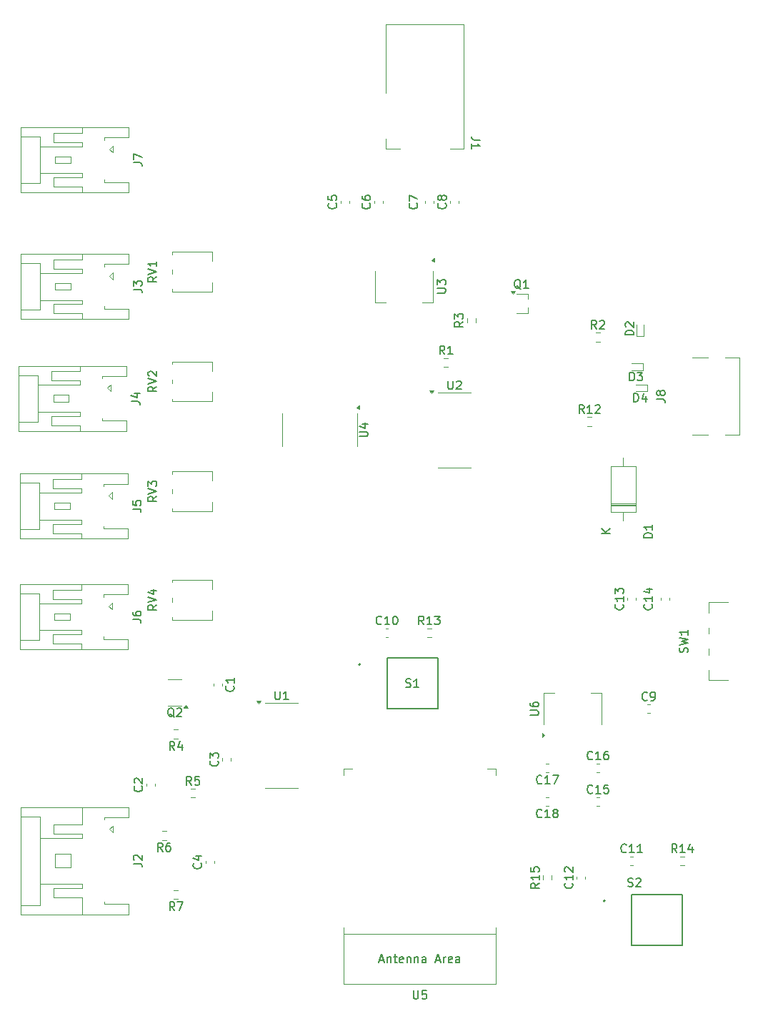
<source format=gbr>
%TF.GenerationSoftware,KiCad,Pcbnew,8.0.6*%
%TF.CreationDate,2024-11-14T02:25:25-08:00*%
%TF.ProjectId,project1,70726f6a-6563-4743-912e-6b696361645f,REV1*%
%TF.SameCoordinates,Original*%
%TF.FileFunction,Legend,Top*%
%TF.FilePolarity,Positive*%
%FSLAX46Y46*%
G04 Gerber Fmt 4.6, Leading zero omitted, Abs format (unit mm)*
G04 Created by KiCad (PCBNEW 8.0.6) date 2024-11-14 02:25:25*
%MOMM*%
%LPD*%
G01*
G04 APERTURE LIST*
%ADD10C,0.150000*%
%ADD11C,0.120000*%
%ADD12C,0.127000*%
%ADD13C,0.200000*%
G04 APERTURE END LIST*
D10*
X53854819Y-103333333D02*
X54569104Y-103333333D01*
X54569104Y-103333333D02*
X54711961Y-103380952D01*
X54711961Y-103380952D02*
X54807200Y-103476190D01*
X54807200Y-103476190D02*
X54854819Y-103619047D01*
X54854819Y-103619047D02*
X54854819Y-103714285D01*
X53854819Y-102380952D02*
X53854819Y-102857142D01*
X53854819Y-102857142D02*
X54331009Y-102904761D01*
X54331009Y-102904761D02*
X54283390Y-102857142D01*
X54283390Y-102857142D02*
X54235771Y-102761904D01*
X54235771Y-102761904D02*
X54235771Y-102523809D01*
X54235771Y-102523809D02*
X54283390Y-102428571D01*
X54283390Y-102428571D02*
X54331009Y-102380952D01*
X54331009Y-102380952D02*
X54426247Y-102333333D01*
X54426247Y-102333333D02*
X54664342Y-102333333D01*
X54664342Y-102333333D02*
X54759580Y-102380952D01*
X54759580Y-102380952D02*
X54807200Y-102428571D01*
X54807200Y-102428571D02*
X54854819Y-102523809D01*
X54854819Y-102523809D02*
X54854819Y-102761904D01*
X54854819Y-102761904D02*
X54807200Y-102857142D01*
X54807200Y-102857142D02*
X54759580Y-102904761D01*
X100954819Y-127761904D02*
X101764342Y-127761904D01*
X101764342Y-127761904D02*
X101859580Y-127714285D01*
X101859580Y-127714285D02*
X101907200Y-127666666D01*
X101907200Y-127666666D02*
X101954819Y-127571428D01*
X101954819Y-127571428D02*
X101954819Y-127380952D01*
X101954819Y-127380952D02*
X101907200Y-127285714D01*
X101907200Y-127285714D02*
X101859580Y-127238095D01*
X101859580Y-127238095D02*
X101764342Y-127190476D01*
X101764342Y-127190476D02*
X100954819Y-127190476D01*
X100954819Y-126285714D02*
X100954819Y-126476190D01*
X100954819Y-126476190D02*
X101002438Y-126571428D01*
X101002438Y-126571428D02*
X101050057Y-126619047D01*
X101050057Y-126619047D02*
X101192914Y-126714285D01*
X101192914Y-126714285D02*
X101383390Y-126761904D01*
X101383390Y-126761904D02*
X101764342Y-126761904D01*
X101764342Y-126761904D02*
X101859580Y-126714285D01*
X101859580Y-126714285D02*
X101907200Y-126666666D01*
X101907200Y-126666666D02*
X101954819Y-126571428D01*
X101954819Y-126571428D02*
X101954819Y-126380952D01*
X101954819Y-126380952D02*
X101907200Y-126285714D01*
X101907200Y-126285714D02*
X101859580Y-126238095D01*
X101859580Y-126238095D02*
X101764342Y-126190476D01*
X101764342Y-126190476D02*
X101526247Y-126190476D01*
X101526247Y-126190476D02*
X101431009Y-126238095D01*
X101431009Y-126238095D02*
X101383390Y-126285714D01*
X101383390Y-126285714D02*
X101335771Y-126380952D01*
X101335771Y-126380952D02*
X101335771Y-126571428D01*
X101335771Y-126571428D02*
X101383390Y-126666666D01*
X101383390Y-126666666D02*
X101431009Y-126714285D01*
X101431009Y-126714285D02*
X101526247Y-126761904D01*
X89954819Y-77761904D02*
X90764342Y-77761904D01*
X90764342Y-77761904D02*
X90859580Y-77714285D01*
X90859580Y-77714285D02*
X90907200Y-77666666D01*
X90907200Y-77666666D02*
X90954819Y-77571428D01*
X90954819Y-77571428D02*
X90954819Y-77380952D01*
X90954819Y-77380952D02*
X90907200Y-77285714D01*
X90907200Y-77285714D02*
X90859580Y-77238095D01*
X90859580Y-77238095D02*
X90764342Y-77190476D01*
X90764342Y-77190476D02*
X89954819Y-77190476D01*
X89954819Y-76809523D02*
X89954819Y-76190476D01*
X89954819Y-76190476D02*
X90335771Y-76523809D01*
X90335771Y-76523809D02*
X90335771Y-76380952D01*
X90335771Y-76380952D02*
X90383390Y-76285714D01*
X90383390Y-76285714D02*
X90431009Y-76238095D01*
X90431009Y-76238095D02*
X90526247Y-76190476D01*
X90526247Y-76190476D02*
X90764342Y-76190476D01*
X90764342Y-76190476D02*
X90859580Y-76238095D01*
X90859580Y-76238095D02*
X90907200Y-76285714D01*
X90907200Y-76285714D02*
X90954819Y-76380952D01*
X90954819Y-76380952D02*
X90954819Y-76666666D01*
X90954819Y-76666666D02*
X90907200Y-76761904D01*
X90907200Y-76761904D02*
X90859580Y-76809523D01*
X91238095Y-88174819D02*
X91238095Y-88984342D01*
X91238095Y-88984342D02*
X91285714Y-89079580D01*
X91285714Y-89079580D02*
X91333333Y-89127200D01*
X91333333Y-89127200D02*
X91428571Y-89174819D01*
X91428571Y-89174819D02*
X91619047Y-89174819D01*
X91619047Y-89174819D02*
X91714285Y-89127200D01*
X91714285Y-89127200D02*
X91761904Y-89079580D01*
X91761904Y-89079580D02*
X91809523Y-88984342D01*
X91809523Y-88984342D02*
X91809523Y-88174819D01*
X92238095Y-88270057D02*
X92285714Y-88222438D01*
X92285714Y-88222438D02*
X92380952Y-88174819D01*
X92380952Y-88174819D02*
X92619047Y-88174819D01*
X92619047Y-88174819D02*
X92714285Y-88222438D01*
X92714285Y-88222438D02*
X92761904Y-88270057D01*
X92761904Y-88270057D02*
X92809523Y-88365295D01*
X92809523Y-88365295D02*
X92809523Y-88460533D01*
X92809523Y-88460533D02*
X92761904Y-88603390D01*
X92761904Y-88603390D02*
X92190476Y-89174819D01*
X92190476Y-89174819D02*
X92809523Y-89174819D01*
X102024819Y-147642857D02*
X101548628Y-147976190D01*
X102024819Y-148214285D02*
X101024819Y-148214285D01*
X101024819Y-148214285D02*
X101024819Y-147833333D01*
X101024819Y-147833333D02*
X101072438Y-147738095D01*
X101072438Y-147738095D02*
X101120057Y-147690476D01*
X101120057Y-147690476D02*
X101215295Y-147642857D01*
X101215295Y-147642857D02*
X101358152Y-147642857D01*
X101358152Y-147642857D02*
X101453390Y-147690476D01*
X101453390Y-147690476D02*
X101501009Y-147738095D01*
X101501009Y-147738095D02*
X101548628Y-147833333D01*
X101548628Y-147833333D02*
X101548628Y-148214285D01*
X102024819Y-146690476D02*
X102024819Y-147261904D01*
X102024819Y-146976190D02*
X101024819Y-146976190D01*
X101024819Y-146976190D02*
X101167676Y-147071428D01*
X101167676Y-147071428D02*
X101262914Y-147166666D01*
X101262914Y-147166666D02*
X101310533Y-147261904D01*
X101024819Y-145785714D02*
X101024819Y-146261904D01*
X101024819Y-146261904D02*
X101501009Y-146309523D01*
X101501009Y-146309523D02*
X101453390Y-146261904D01*
X101453390Y-146261904D02*
X101405771Y-146166666D01*
X101405771Y-146166666D02*
X101405771Y-145928571D01*
X101405771Y-145928571D02*
X101453390Y-145833333D01*
X101453390Y-145833333D02*
X101501009Y-145785714D01*
X101501009Y-145785714D02*
X101596247Y-145738095D01*
X101596247Y-145738095D02*
X101834342Y-145738095D01*
X101834342Y-145738095D02*
X101929580Y-145785714D01*
X101929580Y-145785714D02*
X101977200Y-145833333D01*
X101977200Y-145833333D02*
X102024819Y-145928571D01*
X102024819Y-145928571D02*
X102024819Y-146166666D01*
X102024819Y-146166666D02*
X101977200Y-146261904D01*
X101977200Y-146261904D02*
X101929580Y-146309523D01*
X118357142Y-144024819D02*
X118023809Y-143548628D01*
X117785714Y-144024819D02*
X117785714Y-143024819D01*
X117785714Y-143024819D02*
X118166666Y-143024819D01*
X118166666Y-143024819D02*
X118261904Y-143072438D01*
X118261904Y-143072438D02*
X118309523Y-143120057D01*
X118309523Y-143120057D02*
X118357142Y-143215295D01*
X118357142Y-143215295D02*
X118357142Y-143358152D01*
X118357142Y-143358152D02*
X118309523Y-143453390D01*
X118309523Y-143453390D02*
X118261904Y-143501009D01*
X118261904Y-143501009D02*
X118166666Y-143548628D01*
X118166666Y-143548628D02*
X117785714Y-143548628D01*
X119309523Y-144024819D02*
X118738095Y-144024819D01*
X119023809Y-144024819D02*
X119023809Y-143024819D01*
X119023809Y-143024819D02*
X118928571Y-143167676D01*
X118928571Y-143167676D02*
X118833333Y-143262914D01*
X118833333Y-143262914D02*
X118738095Y-143310533D01*
X120166666Y-143358152D02*
X120166666Y-144024819D01*
X119928571Y-142977200D02*
X119690476Y-143691485D01*
X119690476Y-143691485D02*
X120309523Y-143691485D01*
X88357142Y-117024819D02*
X88023809Y-116548628D01*
X87785714Y-117024819D02*
X87785714Y-116024819D01*
X87785714Y-116024819D02*
X88166666Y-116024819D01*
X88166666Y-116024819D02*
X88261904Y-116072438D01*
X88261904Y-116072438D02*
X88309523Y-116120057D01*
X88309523Y-116120057D02*
X88357142Y-116215295D01*
X88357142Y-116215295D02*
X88357142Y-116358152D01*
X88357142Y-116358152D02*
X88309523Y-116453390D01*
X88309523Y-116453390D02*
X88261904Y-116501009D01*
X88261904Y-116501009D02*
X88166666Y-116548628D01*
X88166666Y-116548628D02*
X87785714Y-116548628D01*
X89309523Y-117024819D02*
X88738095Y-117024819D01*
X89023809Y-117024819D02*
X89023809Y-116024819D01*
X89023809Y-116024819D02*
X88928571Y-116167676D01*
X88928571Y-116167676D02*
X88833333Y-116262914D01*
X88833333Y-116262914D02*
X88738095Y-116310533D01*
X89642857Y-116024819D02*
X90261904Y-116024819D01*
X90261904Y-116024819D02*
X89928571Y-116405771D01*
X89928571Y-116405771D02*
X90071428Y-116405771D01*
X90071428Y-116405771D02*
X90166666Y-116453390D01*
X90166666Y-116453390D02*
X90214285Y-116501009D01*
X90214285Y-116501009D02*
X90261904Y-116596247D01*
X90261904Y-116596247D02*
X90261904Y-116834342D01*
X90261904Y-116834342D02*
X90214285Y-116929580D01*
X90214285Y-116929580D02*
X90166666Y-116977200D01*
X90166666Y-116977200D02*
X90071428Y-117024819D01*
X90071428Y-117024819D02*
X89785714Y-117024819D01*
X89785714Y-117024819D02*
X89690476Y-116977200D01*
X89690476Y-116977200D02*
X89642857Y-116929580D01*
X107357142Y-92024819D02*
X107023809Y-91548628D01*
X106785714Y-92024819D02*
X106785714Y-91024819D01*
X106785714Y-91024819D02*
X107166666Y-91024819D01*
X107166666Y-91024819D02*
X107261904Y-91072438D01*
X107261904Y-91072438D02*
X107309523Y-91120057D01*
X107309523Y-91120057D02*
X107357142Y-91215295D01*
X107357142Y-91215295D02*
X107357142Y-91358152D01*
X107357142Y-91358152D02*
X107309523Y-91453390D01*
X107309523Y-91453390D02*
X107261904Y-91501009D01*
X107261904Y-91501009D02*
X107166666Y-91548628D01*
X107166666Y-91548628D02*
X106785714Y-91548628D01*
X108309523Y-92024819D02*
X107738095Y-92024819D01*
X108023809Y-92024819D02*
X108023809Y-91024819D01*
X108023809Y-91024819D02*
X107928571Y-91167676D01*
X107928571Y-91167676D02*
X107833333Y-91262914D01*
X107833333Y-91262914D02*
X107738095Y-91310533D01*
X108690476Y-91120057D02*
X108738095Y-91072438D01*
X108738095Y-91072438D02*
X108833333Y-91024819D01*
X108833333Y-91024819D02*
X109071428Y-91024819D01*
X109071428Y-91024819D02*
X109166666Y-91072438D01*
X109166666Y-91072438D02*
X109214285Y-91120057D01*
X109214285Y-91120057D02*
X109261904Y-91215295D01*
X109261904Y-91215295D02*
X109261904Y-91310533D01*
X109261904Y-91310533D02*
X109214285Y-91453390D01*
X109214285Y-91453390D02*
X108642857Y-92024819D01*
X108642857Y-92024819D02*
X109261904Y-92024819D01*
X58833333Y-150884819D02*
X58500000Y-150408628D01*
X58261905Y-150884819D02*
X58261905Y-149884819D01*
X58261905Y-149884819D02*
X58642857Y-149884819D01*
X58642857Y-149884819D02*
X58738095Y-149932438D01*
X58738095Y-149932438D02*
X58785714Y-149980057D01*
X58785714Y-149980057D02*
X58833333Y-150075295D01*
X58833333Y-150075295D02*
X58833333Y-150218152D01*
X58833333Y-150218152D02*
X58785714Y-150313390D01*
X58785714Y-150313390D02*
X58738095Y-150361009D01*
X58738095Y-150361009D02*
X58642857Y-150408628D01*
X58642857Y-150408628D02*
X58261905Y-150408628D01*
X59166667Y-149884819D02*
X59833333Y-149884819D01*
X59833333Y-149884819D02*
X59404762Y-150884819D01*
X57420833Y-143884819D02*
X57087500Y-143408628D01*
X56849405Y-143884819D02*
X56849405Y-142884819D01*
X56849405Y-142884819D02*
X57230357Y-142884819D01*
X57230357Y-142884819D02*
X57325595Y-142932438D01*
X57325595Y-142932438D02*
X57373214Y-142980057D01*
X57373214Y-142980057D02*
X57420833Y-143075295D01*
X57420833Y-143075295D02*
X57420833Y-143218152D01*
X57420833Y-143218152D02*
X57373214Y-143313390D01*
X57373214Y-143313390D02*
X57325595Y-143361009D01*
X57325595Y-143361009D02*
X57230357Y-143408628D01*
X57230357Y-143408628D02*
X56849405Y-143408628D01*
X58277976Y-142884819D02*
X58087500Y-142884819D01*
X58087500Y-142884819D02*
X57992262Y-142932438D01*
X57992262Y-142932438D02*
X57944643Y-142980057D01*
X57944643Y-142980057D02*
X57849405Y-143122914D01*
X57849405Y-143122914D02*
X57801786Y-143313390D01*
X57801786Y-143313390D02*
X57801786Y-143694342D01*
X57801786Y-143694342D02*
X57849405Y-143789580D01*
X57849405Y-143789580D02*
X57897024Y-143837200D01*
X57897024Y-143837200D02*
X57992262Y-143884819D01*
X57992262Y-143884819D02*
X58182738Y-143884819D01*
X58182738Y-143884819D02*
X58277976Y-143837200D01*
X58277976Y-143837200D02*
X58325595Y-143789580D01*
X58325595Y-143789580D02*
X58373214Y-143694342D01*
X58373214Y-143694342D02*
X58373214Y-143456247D01*
X58373214Y-143456247D02*
X58325595Y-143361009D01*
X58325595Y-143361009D02*
X58277976Y-143313390D01*
X58277976Y-143313390D02*
X58182738Y-143265771D01*
X58182738Y-143265771D02*
X57992262Y-143265771D01*
X57992262Y-143265771D02*
X57897024Y-143313390D01*
X57897024Y-143313390D02*
X57849405Y-143361009D01*
X57849405Y-143361009D02*
X57801786Y-143456247D01*
X60833333Y-136024819D02*
X60500000Y-135548628D01*
X60261905Y-136024819D02*
X60261905Y-135024819D01*
X60261905Y-135024819D02*
X60642857Y-135024819D01*
X60642857Y-135024819D02*
X60738095Y-135072438D01*
X60738095Y-135072438D02*
X60785714Y-135120057D01*
X60785714Y-135120057D02*
X60833333Y-135215295D01*
X60833333Y-135215295D02*
X60833333Y-135358152D01*
X60833333Y-135358152D02*
X60785714Y-135453390D01*
X60785714Y-135453390D02*
X60738095Y-135501009D01*
X60738095Y-135501009D02*
X60642857Y-135548628D01*
X60642857Y-135548628D02*
X60261905Y-135548628D01*
X61738095Y-135024819D02*
X61261905Y-135024819D01*
X61261905Y-135024819D02*
X61214286Y-135501009D01*
X61214286Y-135501009D02*
X61261905Y-135453390D01*
X61261905Y-135453390D02*
X61357143Y-135405771D01*
X61357143Y-135405771D02*
X61595238Y-135405771D01*
X61595238Y-135405771D02*
X61690476Y-135453390D01*
X61690476Y-135453390D02*
X61738095Y-135501009D01*
X61738095Y-135501009D02*
X61785714Y-135596247D01*
X61785714Y-135596247D02*
X61785714Y-135834342D01*
X61785714Y-135834342D02*
X61738095Y-135929580D01*
X61738095Y-135929580D02*
X61690476Y-135977200D01*
X61690476Y-135977200D02*
X61595238Y-136024819D01*
X61595238Y-136024819D02*
X61357143Y-136024819D01*
X61357143Y-136024819D02*
X61261905Y-135977200D01*
X61261905Y-135977200D02*
X61214286Y-135929580D01*
X58833333Y-131884819D02*
X58500000Y-131408628D01*
X58261905Y-131884819D02*
X58261905Y-130884819D01*
X58261905Y-130884819D02*
X58642857Y-130884819D01*
X58642857Y-130884819D02*
X58738095Y-130932438D01*
X58738095Y-130932438D02*
X58785714Y-130980057D01*
X58785714Y-130980057D02*
X58833333Y-131075295D01*
X58833333Y-131075295D02*
X58833333Y-131218152D01*
X58833333Y-131218152D02*
X58785714Y-131313390D01*
X58785714Y-131313390D02*
X58738095Y-131361009D01*
X58738095Y-131361009D02*
X58642857Y-131408628D01*
X58642857Y-131408628D02*
X58261905Y-131408628D01*
X59690476Y-131218152D02*
X59690476Y-131884819D01*
X59452381Y-130837200D02*
X59214286Y-131551485D01*
X59214286Y-131551485D02*
X59833333Y-131551485D01*
X93024819Y-81166666D02*
X92548628Y-81499999D01*
X93024819Y-81738094D02*
X92024819Y-81738094D01*
X92024819Y-81738094D02*
X92024819Y-81357142D01*
X92024819Y-81357142D02*
X92072438Y-81261904D01*
X92072438Y-81261904D02*
X92120057Y-81214285D01*
X92120057Y-81214285D02*
X92215295Y-81166666D01*
X92215295Y-81166666D02*
X92358152Y-81166666D01*
X92358152Y-81166666D02*
X92453390Y-81214285D01*
X92453390Y-81214285D02*
X92501009Y-81261904D01*
X92501009Y-81261904D02*
X92548628Y-81357142D01*
X92548628Y-81357142D02*
X92548628Y-81738094D01*
X92024819Y-80833332D02*
X92024819Y-80214285D01*
X92024819Y-80214285D02*
X92405771Y-80547618D01*
X92405771Y-80547618D02*
X92405771Y-80404761D01*
X92405771Y-80404761D02*
X92453390Y-80309523D01*
X92453390Y-80309523D02*
X92501009Y-80261904D01*
X92501009Y-80261904D02*
X92596247Y-80214285D01*
X92596247Y-80214285D02*
X92834342Y-80214285D01*
X92834342Y-80214285D02*
X92929580Y-80261904D01*
X92929580Y-80261904D02*
X92977200Y-80309523D01*
X92977200Y-80309523D02*
X93024819Y-80404761D01*
X93024819Y-80404761D02*
X93024819Y-80690475D01*
X93024819Y-80690475D02*
X92977200Y-80785713D01*
X92977200Y-80785713D02*
X92929580Y-80833332D01*
X108833333Y-82024819D02*
X108500000Y-81548628D01*
X108261905Y-82024819D02*
X108261905Y-81024819D01*
X108261905Y-81024819D02*
X108642857Y-81024819D01*
X108642857Y-81024819D02*
X108738095Y-81072438D01*
X108738095Y-81072438D02*
X108785714Y-81120057D01*
X108785714Y-81120057D02*
X108833333Y-81215295D01*
X108833333Y-81215295D02*
X108833333Y-81358152D01*
X108833333Y-81358152D02*
X108785714Y-81453390D01*
X108785714Y-81453390D02*
X108738095Y-81501009D01*
X108738095Y-81501009D02*
X108642857Y-81548628D01*
X108642857Y-81548628D02*
X108261905Y-81548628D01*
X109214286Y-81120057D02*
X109261905Y-81072438D01*
X109261905Y-81072438D02*
X109357143Y-81024819D01*
X109357143Y-81024819D02*
X109595238Y-81024819D01*
X109595238Y-81024819D02*
X109690476Y-81072438D01*
X109690476Y-81072438D02*
X109738095Y-81120057D01*
X109738095Y-81120057D02*
X109785714Y-81215295D01*
X109785714Y-81215295D02*
X109785714Y-81310533D01*
X109785714Y-81310533D02*
X109738095Y-81453390D01*
X109738095Y-81453390D02*
X109166667Y-82024819D01*
X109166667Y-82024819D02*
X109785714Y-82024819D01*
X90833333Y-85024819D02*
X90500000Y-84548628D01*
X90261905Y-85024819D02*
X90261905Y-84024819D01*
X90261905Y-84024819D02*
X90642857Y-84024819D01*
X90642857Y-84024819D02*
X90738095Y-84072438D01*
X90738095Y-84072438D02*
X90785714Y-84120057D01*
X90785714Y-84120057D02*
X90833333Y-84215295D01*
X90833333Y-84215295D02*
X90833333Y-84358152D01*
X90833333Y-84358152D02*
X90785714Y-84453390D01*
X90785714Y-84453390D02*
X90738095Y-84501009D01*
X90738095Y-84501009D02*
X90642857Y-84548628D01*
X90642857Y-84548628D02*
X90261905Y-84548628D01*
X91785714Y-85024819D02*
X91214286Y-85024819D01*
X91500000Y-85024819D02*
X91500000Y-84024819D01*
X91500000Y-84024819D02*
X91404762Y-84167676D01*
X91404762Y-84167676D02*
X91309524Y-84262914D01*
X91309524Y-84262914D02*
X91214286Y-84310533D01*
X53854819Y-116433333D02*
X54569104Y-116433333D01*
X54569104Y-116433333D02*
X54711961Y-116480952D01*
X54711961Y-116480952D02*
X54807200Y-116576190D01*
X54807200Y-116576190D02*
X54854819Y-116719047D01*
X54854819Y-116719047D02*
X54854819Y-116814285D01*
X53854819Y-115528571D02*
X53854819Y-115719047D01*
X53854819Y-115719047D02*
X53902438Y-115814285D01*
X53902438Y-115814285D02*
X53950057Y-115861904D01*
X53950057Y-115861904D02*
X54092914Y-115957142D01*
X54092914Y-115957142D02*
X54283390Y-116004761D01*
X54283390Y-116004761D02*
X54664342Y-116004761D01*
X54664342Y-116004761D02*
X54759580Y-115957142D01*
X54759580Y-115957142D02*
X54807200Y-115909523D01*
X54807200Y-115909523D02*
X54854819Y-115814285D01*
X54854819Y-115814285D02*
X54854819Y-115623809D01*
X54854819Y-115623809D02*
X54807200Y-115528571D01*
X54807200Y-115528571D02*
X54759580Y-115480952D01*
X54759580Y-115480952D02*
X54664342Y-115433333D01*
X54664342Y-115433333D02*
X54426247Y-115433333D01*
X54426247Y-115433333D02*
X54331009Y-115480952D01*
X54331009Y-115480952D02*
X54283390Y-115528571D01*
X54283390Y-115528571D02*
X54235771Y-115623809D01*
X54235771Y-115623809D02*
X54235771Y-115814285D01*
X54235771Y-115814285D02*
X54283390Y-115909523D01*
X54283390Y-115909523D02*
X54331009Y-115957142D01*
X54331009Y-115957142D02*
X54426247Y-116004761D01*
X53954819Y-145333333D02*
X54669104Y-145333333D01*
X54669104Y-145333333D02*
X54811961Y-145380952D01*
X54811961Y-145380952D02*
X54907200Y-145476190D01*
X54907200Y-145476190D02*
X54954819Y-145619047D01*
X54954819Y-145619047D02*
X54954819Y-145714285D01*
X54050057Y-144904761D02*
X54002438Y-144857142D01*
X54002438Y-144857142D02*
X53954819Y-144761904D01*
X53954819Y-144761904D02*
X53954819Y-144523809D01*
X53954819Y-144523809D02*
X54002438Y-144428571D01*
X54002438Y-144428571D02*
X54050057Y-144380952D01*
X54050057Y-144380952D02*
X54145295Y-144333333D01*
X54145295Y-144333333D02*
X54240533Y-144333333D01*
X54240533Y-144333333D02*
X54383390Y-144380952D01*
X54383390Y-144380952D02*
X54954819Y-144952380D01*
X54954819Y-144952380D02*
X54954819Y-144333333D01*
X102357142Y-139789580D02*
X102309523Y-139837200D01*
X102309523Y-139837200D02*
X102166666Y-139884819D01*
X102166666Y-139884819D02*
X102071428Y-139884819D01*
X102071428Y-139884819D02*
X101928571Y-139837200D01*
X101928571Y-139837200D02*
X101833333Y-139741961D01*
X101833333Y-139741961D02*
X101785714Y-139646723D01*
X101785714Y-139646723D02*
X101738095Y-139456247D01*
X101738095Y-139456247D02*
X101738095Y-139313390D01*
X101738095Y-139313390D02*
X101785714Y-139122914D01*
X101785714Y-139122914D02*
X101833333Y-139027676D01*
X101833333Y-139027676D02*
X101928571Y-138932438D01*
X101928571Y-138932438D02*
X102071428Y-138884819D01*
X102071428Y-138884819D02*
X102166666Y-138884819D01*
X102166666Y-138884819D02*
X102309523Y-138932438D01*
X102309523Y-138932438D02*
X102357142Y-138980057D01*
X103309523Y-139884819D02*
X102738095Y-139884819D01*
X103023809Y-139884819D02*
X103023809Y-138884819D01*
X103023809Y-138884819D02*
X102928571Y-139027676D01*
X102928571Y-139027676D02*
X102833333Y-139122914D01*
X102833333Y-139122914D02*
X102738095Y-139170533D01*
X103880952Y-139313390D02*
X103785714Y-139265771D01*
X103785714Y-139265771D02*
X103738095Y-139218152D01*
X103738095Y-139218152D02*
X103690476Y-139122914D01*
X103690476Y-139122914D02*
X103690476Y-139075295D01*
X103690476Y-139075295D02*
X103738095Y-138980057D01*
X103738095Y-138980057D02*
X103785714Y-138932438D01*
X103785714Y-138932438D02*
X103880952Y-138884819D01*
X103880952Y-138884819D02*
X104071428Y-138884819D01*
X104071428Y-138884819D02*
X104166666Y-138932438D01*
X104166666Y-138932438D02*
X104214285Y-138980057D01*
X104214285Y-138980057D02*
X104261904Y-139075295D01*
X104261904Y-139075295D02*
X104261904Y-139122914D01*
X104261904Y-139122914D02*
X104214285Y-139218152D01*
X104214285Y-139218152D02*
X104166666Y-139265771D01*
X104166666Y-139265771D02*
X104071428Y-139313390D01*
X104071428Y-139313390D02*
X103880952Y-139313390D01*
X103880952Y-139313390D02*
X103785714Y-139361009D01*
X103785714Y-139361009D02*
X103738095Y-139408628D01*
X103738095Y-139408628D02*
X103690476Y-139503866D01*
X103690476Y-139503866D02*
X103690476Y-139694342D01*
X103690476Y-139694342D02*
X103738095Y-139789580D01*
X103738095Y-139789580D02*
X103785714Y-139837200D01*
X103785714Y-139837200D02*
X103880952Y-139884819D01*
X103880952Y-139884819D02*
X104071428Y-139884819D01*
X104071428Y-139884819D02*
X104166666Y-139837200D01*
X104166666Y-139837200D02*
X104214285Y-139789580D01*
X104214285Y-139789580D02*
X104261904Y-139694342D01*
X104261904Y-139694342D02*
X104261904Y-139503866D01*
X104261904Y-139503866D02*
X104214285Y-139408628D01*
X104214285Y-139408628D02*
X104166666Y-139361009D01*
X104166666Y-139361009D02*
X104071428Y-139313390D01*
X102357142Y-135789580D02*
X102309523Y-135837200D01*
X102309523Y-135837200D02*
X102166666Y-135884819D01*
X102166666Y-135884819D02*
X102071428Y-135884819D01*
X102071428Y-135884819D02*
X101928571Y-135837200D01*
X101928571Y-135837200D02*
X101833333Y-135741961D01*
X101833333Y-135741961D02*
X101785714Y-135646723D01*
X101785714Y-135646723D02*
X101738095Y-135456247D01*
X101738095Y-135456247D02*
X101738095Y-135313390D01*
X101738095Y-135313390D02*
X101785714Y-135122914D01*
X101785714Y-135122914D02*
X101833333Y-135027676D01*
X101833333Y-135027676D02*
X101928571Y-134932438D01*
X101928571Y-134932438D02*
X102071428Y-134884819D01*
X102071428Y-134884819D02*
X102166666Y-134884819D01*
X102166666Y-134884819D02*
X102309523Y-134932438D01*
X102309523Y-134932438D02*
X102357142Y-134980057D01*
X103309523Y-135884819D02*
X102738095Y-135884819D01*
X103023809Y-135884819D02*
X103023809Y-134884819D01*
X103023809Y-134884819D02*
X102928571Y-135027676D01*
X102928571Y-135027676D02*
X102833333Y-135122914D01*
X102833333Y-135122914D02*
X102738095Y-135170533D01*
X103642857Y-134884819D02*
X104309523Y-134884819D01*
X104309523Y-134884819D02*
X103880952Y-135884819D01*
X108357142Y-132929580D02*
X108309523Y-132977200D01*
X108309523Y-132977200D02*
X108166666Y-133024819D01*
X108166666Y-133024819D02*
X108071428Y-133024819D01*
X108071428Y-133024819D02*
X107928571Y-132977200D01*
X107928571Y-132977200D02*
X107833333Y-132881961D01*
X107833333Y-132881961D02*
X107785714Y-132786723D01*
X107785714Y-132786723D02*
X107738095Y-132596247D01*
X107738095Y-132596247D02*
X107738095Y-132453390D01*
X107738095Y-132453390D02*
X107785714Y-132262914D01*
X107785714Y-132262914D02*
X107833333Y-132167676D01*
X107833333Y-132167676D02*
X107928571Y-132072438D01*
X107928571Y-132072438D02*
X108071428Y-132024819D01*
X108071428Y-132024819D02*
X108166666Y-132024819D01*
X108166666Y-132024819D02*
X108309523Y-132072438D01*
X108309523Y-132072438D02*
X108357142Y-132120057D01*
X109309523Y-133024819D02*
X108738095Y-133024819D01*
X109023809Y-133024819D02*
X109023809Y-132024819D01*
X109023809Y-132024819D02*
X108928571Y-132167676D01*
X108928571Y-132167676D02*
X108833333Y-132262914D01*
X108833333Y-132262914D02*
X108738095Y-132310533D01*
X110166666Y-132024819D02*
X109976190Y-132024819D01*
X109976190Y-132024819D02*
X109880952Y-132072438D01*
X109880952Y-132072438D02*
X109833333Y-132120057D01*
X109833333Y-132120057D02*
X109738095Y-132262914D01*
X109738095Y-132262914D02*
X109690476Y-132453390D01*
X109690476Y-132453390D02*
X109690476Y-132834342D01*
X109690476Y-132834342D02*
X109738095Y-132929580D01*
X109738095Y-132929580D02*
X109785714Y-132977200D01*
X109785714Y-132977200D02*
X109880952Y-133024819D01*
X109880952Y-133024819D02*
X110071428Y-133024819D01*
X110071428Y-133024819D02*
X110166666Y-132977200D01*
X110166666Y-132977200D02*
X110214285Y-132929580D01*
X110214285Y-132929580D02*
X110261904Y-132834342D01*
X110261904Y-132834342D02*
X110261904Y-132596247D01*
X110261904Y-132596247D02*
X110214285Y-132501009D01*
X110214285Y-132501009D02*
X110166666Y-132453390D01*
X110166666Y-132453390D02*
X110071428Y-132405771D01*
X110071428Y-132405771D02*
X109880952Y-132405771D01*
X109880952Y-132405771D02*
X109785714Y-132453390D01*
X109785714Y-132453390D02*
X109738095Y-132501009D01*
X109738095Y-132501009D02*
X109690476Y-132596247D01*
X108357142Y-136929580D02*
X108309523Y-136977200D01*
X108309523Y-136977200D02*
X108166666Y-137024819D01*
X108166666Y-137024819D02*
X108071428Y-137024819D01*
X108071428Y-137024819D02*
X107928571Y-136977200D01*
X107928571Y-136977200D02*
X107833333Y-136881961D01*
X107833333Y-136881961D02*
X107785714Y-136786723D01*
X107785714Y-136786723D02*
X107738095Y-136596247D01*
X107738095Y-136596247D02*
X107738095Y-136453390D01*
X107738095Y-136453390D02*
X107785714Y-136262914D01*
X107785714Y-136262914D02*
X107833333Y-136167676D01*
X107833333Y-136167676D02*
X107928571Y-136072438D01*
X107928571Y-136072438D02*
X108071428Y-136024819D01*
X108071428Y-136024819D02*
X108166666Y-136024819D01*
X108166666Y-136024819D02*
X108309523Y-136072438D01*
X108309523Y-136072438D02*
X108357142Y-136120057D01*
X109309523Y-137024819D02*
X108738095Y-137024819D01*
X109023809Y-137024819D02*
X109023809Y-136024819D01*
X109023809Y-136024819D02*
X108928571Y-136167676D01*
X108928571Y-136167676D02*
X108833333Y-136262914D01*
X108833333Y-136262914D02*
X108738095Y-136310533D01*
X110214285Y-136024819D02*
X109738095Y-136024819D01*
X109738095Y-136024819D02*
X109690476Y-136501009D01*
X109690476Y-136501009D02*
X109738095Y-136453390D01*
X109738095Y-136453390D02*
X109833333Y-136405771D01*
X109833333Y-136405771D02*
X110071428Y-136405771D01*
X110071428Y-136405771D02*
X110166666Y-136453390D01*
X110166666Y-136453390D02*
X110214285Y-136501009D01*
X110214285Y-136501009D02*
X110261904Y-136596247D01*
X110261904Y-136596247D02*
X110261904Y-136834342D01*
X110261904Y-136834342D02*
X110214285Y-136929580D01*
X110214285Y-136929580D02*
X110166666Y-136977200D01*
X110166666Y-136977200D02*
X110071428Y-137024819D01*
X110071428Y-137024819D02*
X109833333Y-137024819D01*
X109833333Y-137024819D02*
X109738095Y-136977200D01*
X109738095Y-136977200D02*
X109690476Y-136929580D01*
X115359580Y-114642857D02*
X115407200Y-114690476D01*
X115407200Y-114690476D02*
X115454819Y-114833333D01*
X115454819Y-114833333D02*
X115454819Y-114928571D01*
X115454819Y-114928571D02*
X115407200Y-115071428D01*
X115407200Y-115071428D02*
X115311961Y-115166666D01*
X115311961Y-115166666D02*
X115216723Y-115214285D01*
X115216723Y-115214285D02*
X115026247Y-115261904D01*
X115026247Y-115261904D02*
X114883390Y-115261904D01*
X114883390Y-115261904D02*
X114692914Y-115214285D01*
X114692914Y-115214285D02*
X114597676Y-115166666D01*
X114597676Y-115166666D02*
X114502438Y-115071428D01*
X114502438Y-115071428D02*
X114454819Y-114928571D01*
X114454819Y-114928571D02*
X114454819Y-114833333D01*
X114454819Y-114833333D02*
X114502438Y-114690476D01*
X114502438Y-114690476D02*
X114550057Y-114642857D01*
X115454819Y-113690476D02*
X115454819Y-114261904D01*
X115454819Y-113976190D02*
X114454819Y-113976190D01*
X114454819Y-113976190D02*
X114597676Y-114071428D01*
X114597676Y-114071428D02*
X114692914Y-114166666D01*
X114692914Y-114166666D02*
X114740533Y-114261904D01*
X114788152Y-112833333D02*
X115454819Y-112833333D01*
X114407200Y-113071428D02*
X115121485Y-113309523D01*
X115121485Y-113309523D02*
X115121485Y-112690476D01*
X111929580Y-114642857D02*
X111977200Y-114690476D01*
X111977200Y-114690476D02*
X112024819Y-114833333D01*
X112024819Y-114833333D02*
X112024819Y-114928571D01*
X112024819Y-114928571D02*
X111977200Y-115071428D01*
X111977200Y-115071428D02*
X111881961Y-115166666D01*
X111881961Y-115166666D02*
X111786723Y-115214285D01*
X111786723Y-115214285D02*
X111596247Y-115261904D01*
X111596247Y-115261904D02*
X111453390Y-115261904D01*
X111453390Y-115261904D02*
X111262914Y-115214285D01*
X111262914Y-115214285D02*
X111167676Y-115166666D01*
X111167676Y-115166666D02*
X111072438Y-115071428D01*
X111072438Y-115071428D02*
X111024819Y-114928571D01*
X111024819Y-114928571D02*
X111024819Y-114833333D01*
X111024819Y-114833333D02*
X111072438Y-114690476D01*
X111072438Y-114690476D02*
X111120057Y-114642857D01*
X112024819Y-113690476D02*
X112024819Y-114261904D01*
X112024819Y-113976190D02*
X111024819Y-113976190D01*
X111024819Y-113976190D02*
X111167676Y-114071428D01*
X111167676Y-114071428D02*
X111262914Y-114166666D01*
X111262914Y-114166666D02*
X111310533Y-114261904D01*
X111024819Y-113357142D02*
X111024819Y-112738095D01*
X111024819Y-112738095D02*
X111405771Y-113071428D01*
X111405771Y-113071428D02*
X111405771Y-112928571D01*
X111405771Y-112928571D02*
X111453390Y-112833333D01*
X111453390Y-112833333D02*
X111501009Y-112785714D01*
X111501009Y-112785714D02*
X111596247Y-112738095D01*
X111596247Y-112738095D02*
X111834342Y-112738095D01*
X111834342Y-112738095D02*
X111929580Y-112785714D01*
X111929580Y-112785714D02*
X111977200Y-112833333D01*
X111977200Y-112833333D02*
X112024819Y-112928571D01*
X112024819Y-112928571D02*
X112024819Y-113214285D01*
X112024819Y-113214285D02*
X111977200Y-113309523D01*
X111977200Y-113309523D02*
X111929580Y-113357142D01*
X105929580Y-147642857D02*
X105977200Y-147690476D01*
X105977200Y-147690476D02*
X106024819Y-147833333D01*
X106024819Y-147833333D02*
X106024819Y-147928571D01*
X106024819Y-147928571D02*
X105977200Y-148071428D01*
X105977200Y-148071428D02*
X105881961Y-148166666D01*
X105881961Y-148166666D02*
X105786723Y-148214285D01*
X105786723Y-148214285D02*
X105596247Y-148261904D01*
X105596247Y-148261904D02*
X105453390Y-148261904D01*
X105453390Y-148261904D02*
X105262914Y-148214285D01*
X105262914Y-148214285D02*
X105167676Y-148166666D01*
X105167676Y-148166666D02*
X105072438Y-148071428D01*
X105072438Y-148071428D02*
X105024819Y-147928571D01*
X105024819Y-147928571D02*
X105024819Y-147833333D01*
X105024819Y-147833333D02*
X105072438Y-147690476D01*
X105072438Y-147690476D02*
X105120057Y-147642857D01*
X106024819Y-146690476D02*
X106024819Y-147261904D01*
X106024819Y-146976190D02*
X105024819Y-146976190D01*
X105024819Y-146976190D02*
X105167676Y-147071428D01*
X105167676Y-147071428D02*
X105262914Y-147166666D01*
X105262914Y-147166666D02*
X105310533Y-147261904D01*
X105120057Y-146309523D02*
X105072438Y-146261904D01*
X105072438Y-146261904D02*
X105024819Y-146166666D01*
X105024819Y-146166666D02*
X105024819Y-145928571D01*
X105024819Y-145928571D02*
X105072438Y-145833333D01*
X105072438Y-145833333D02*
X105120057Y-145785714D01*
X105120057Y-145785714D02*
X105215295Y-145738095D01*
X105215295Y-145738095D02*
X105310533Y-145738095D01*
X105310533Y-145738095D02*
X105453390Y-145785714D01*
X105453390Y-145785714D02*
X106024819Y-146357142D01*
X106024819Y-146357142D02*
X106024819Y-145738095D01*
X112357142Y-143929580D02*
X112309523Y-143977200D01*
X112309523Y-143977200D02*
X112166666Y-144024819D01*
X112166666Y-144024819D02*
X112071428Y-144024819D01*
X112071428Y-144024819D02*
X111928571Y-143977200D01*
X111928571Y-143977200D02*
X111833333Y-143881961D01*
X111833333Y-143881961D02*
X111785714Y-143786723D01*
X111785714Y-143786723D02*
X111738095Y-143596247D01*
X111738095Y-143596247D02*
X111738095Y-143453390D01*
X111738095Y-143453390D02*
X111785714Y-143262914D01*
X111785714Y-143262914D02*
X111833333Y-143167676D01*
X111833333Y-143167676D02*
X111928571Y-143072438D01*
X111928571Y-143072438D02*
X112071428Y-143024819D01*
X112071428Y-143024819D02*
X112166666Y-143024819D01*
X112166666Y-143024819D02*
X112309523Y-143072438D01*
X112309523Y-143072438D02*
X112357142Y-143120057D01*
X113309523Y-144024819D02*
X112738095Y-144024819D01*
X113023809Y-144024819D02*
X113023809Y-143024819D01*
X113023809Y-143024819D02*
X112928571Y-143167676D01*
X112928571Y-143167676D02*
X112833333Y-143262914D01*
X112833333Y-143262914D02*
X112738095Y-143310533D01*
X114261904Y-144024819D02*
X113690476Y-144024819D01*
X113976190Y-144024819D02*
X113976190Y-143024819D01*
X113976190Y-143024819D02*
X113880952Y-143167676D01*
X113880952Y-143167676D02*
X113785714Y-143262914D01*
X113785714Y-143262914D02*
X113690476Y-143310533D01*
X83357142Y-116929580D02*
X83309523Y-116977200D01*
X83309523Y-116977200D02*
X83166666Y-117024819D01*
X83166666Y-117024819D02*
X83071428Y-117024819D01*
X83071428Y-117024819D02*
X82928571Y-116977200D01*
X82928571Y-116977200D02*
X82833333Y-116881961D01*
X82833333Y-116881961D02*
X82785714Y-116786723D01*
X82785714Y-116786723D02*
X82738095Y-116596247D01*
X82738095Y-116596247D02*
X82738095Y-116453390D01*
X82738095Y-116453390D02*
X82785714Y-116262914D01*
X82785714Y-116262914D02*
X82833333Y-116167676D01*
X82833333Y-116167676D02*
X82928571Y-116072438D01*
X82928571Y-116072438D02*
X83071428Y-116024819D01*
X83071428Y-116024819D02*
X83166666Y-116024819D01*
X83166666Y-116024819D02*
X83309523Y-116072438D01*
X83309523Y-116072438D02*
X83357142Y-116120057D01*
X84309523Y-117024819D02*
X83738095Y-117024819D01*
X84023809Y-117024819D02*
X84023809Y-116024819D01*
X84023809Y-116024819D02*
X83928571Y-116167676D01*
X83928571Y-116167676D02*
X83833333Y-116262914D01*
X83833333Y-116262914D02*
X83738095Y-116310533D01*
X84928571Y-116024819D02*
X85023809Y-116024819D01*
X85023809Y-116024819D02*
X85119047Y-116072438D01*
X85119047Y-116072438D02*
X85166666Y-116120057D01*
X85166666Y-116120057D02*
X85214285Y-116215295D01*
X85214285Y-116215295D02*
X85261904Y-116405771D01*
X85261904Y-116405771D02*
X85261904Y-116643866D01*
X85261904Y-116643866D02*
X85214285Y-116834342D01*
X85214285Y-116834342D02*
X85166666Y-116929580D01*
X85166666Y-116929580D02*
X85119047Y-116977200D01*
X85119047Y-116977200D02*
X85023809Y-117024819D01*
X85023809Y-117024819D02*
X84928571Y-117024819D01*
X84928571Y-117024819D02*
X84833333Y-116977200D01*
X84833333Y-116977200D02*
X84785714Y-116929580D01*
X84785714Y-116929580D02*
X84738095Y-116834342D01*
X84738095Y-116834342D02*
X84690476Y-116643866D01*
X84690476Y-116643866D02*
X84690476Y-116405771D01*
X84690476Y-116405771D02*
X84738095Y-116215295D01*
X84738095Y-116215295D02*
X84785714Y-116120057D01*
X84785714Y-116120057D02*
X84833333Y-116072438D01*
X84833333Y-116072438D02*
X84928571Y-116024819D01*
X114833333Y-125929580D02*
X114785714Y-125977200D01*
X114785714Y-125977200D02*
X114642857Y-126024819D01*
X114642857Y-126024819D02*
X114547619Y-126024819D01*
X114547619Y-126024819D02*
X114404762Y-125977200D01*
X114404762Y-125977200D02*
X114309524Y-125881961D01*
X114309524Y-125881961D02*
X114261905Y-125786723D01*
X114261905Y-125786723D02*
X114214286Y-125596247D01*
X114214286Y-125596247D02*
X114214286Y-125453390D01*
X114214286Y-125453390D02*
X114261905Y-125262914D01*
X114261905Y-125262914D02*
X114309524Y-125167676D01*
X114309524Y-125167676D02*
X114404762Y-125072438D01*
X114404762Y-125072438D02*
X114547619Y-125024819D01*
X114547619Y-125024819D02*
X114642857Y-125024819D01*
X114642857Y-125024819D02*
X114785714Y-125072438D01*
X114785714Y-125072438D02*
X114833333Y-125120057D01*
X115309524Y-126024819D02*
X115500000Y-126024819D01*
X115500000Y-126024819D02*
X115595238Y-125977200D01*
X115595238Y-125977200D02*
X115642857Y-125929580D01*
X115642857Y-125929580D02*
X115738095Y-125786723D01*
X115738095Y-125786723D02*
X115785714Y-125596247D01*
X115785714Y-125596247D02*
X115785714Y-125215295D01*
X115785714Y-125215295D02*
X115738095Y-125120057D01*
X115738095Y-125120057D02*
X115690476Y-125072438D01*
X115690476Y-125072438D02*
X115595238Y-125024819D01*
X115595238Y-125024819D02*
X115404762Y-125024819D01*
X115404762Y-125024819D02*
X115309524Y-125072438D01*
X115309524Y-125072438D02*
X115261905Y-125120057D01*
X115261905Y-125120057D02*
X115214286Y-125215295D01*
X115214286Y-125215295D02*
X115214286Y-125453390D01*
X115214286Y-125453390D02*
X115261905Y-125548628D01*
X115261905Y-125548628D02*
X115309524Y-125596247D01*
X115309524Y-125596247D02*
X115404762Y-125643866D01*
X115404762Y-125643866D02*
X115595238Y-125643866D01*
X115595238Y-125643866D02*
X115690476Y-125596247D01*
X115690476Y-125596247D02*
X115738095Y-125548628D01*
X115738095Y-125548628D02*
X115785714Y-125453390D01*
X90929580Y-67166666D02*
X90977200Y-67214285D01*
X90977200Y-67214285D02*
X91024819Y-67357142D01*
X91024819Y-67357142D02*
X91024819Y-67452380D01*
X91024819Y-67452380D02*
X90977200Y-67595237D01*
X90977200Y-67595237D02*
X90881961Y-67690475D01*
X90881961Y-67690475D02*
X90786723Y-67738094D01*
X90786723Y-67738094D02*
X90596247Y-67785713D01*
X90596247Y-67785713D02*
X90453390Y-67785713D01*
X90453390Y-67785713D02*
X90262914Y-67738094D01*
X90262914Y-67738094D02*
X90167676Y-67690475D01*
X90167676Y-67690475D02*
X90072438Y-67595237D01*
X90072438Y-67595237D02*
X90024819Y-67452380D01*
X90024819Y-67452380D02*
X90024819Y-67357142D01*
X90024819Y-67357142D02*
X90072438Y-67214285D01*
X90072438Y-67214285D02*
X90120057Y-67166666D01*
X90453390Y-66595237D02*
X90405771Y-66690475D01*
X90405771Y-66690475D02*
X90358152Y-66738094D01*
X90358152Y-66738094D02*
X90262914Y-66785713D01*
X90262914Y-66785713D02*
X90215295Y-66785713D01*
X90215295Y-66785713D02*
X90120057Y-66738094D01*
X90120057Y-66738094D02*
X90072438Y-66690475D01*
X90072438Y-66690475D02*
X90024819Y-66595237D01*
X90024819Y-66595237D02*
X90024819Y-66404761D01*
X90024819Y-66404761D02*
X90072438Y-66309523D01*
X90072438Y-66309523D02*
X90120057Y-66261904D01*
X90120057Y-66261904D02*
X90215295Y-66214285D01*
X90215295Y-66214285D02*
X90262914Y-66214285D01*
X90262914Y-66214285D02*
X90358152Y-66261904D01*
X90358152Y-66261904D02*
X90405771Y-66309523D01*
X90405771Y-66309523D02*
X90453390Y-66404761D01*
X90453390Y-66404761D02*
X90453390Y-66595237D01*
X90453390Y-66595237D02*
X90501009Y-66690475D01*
X90501009Y-66690475D02*
X90548628Y-66738094D01*
X90548628Y-66738094D02*
X90643866Y-66785713D01*
X90643866Y-66785713D02*
X90834342Y-66785713D01*
X90834342Y-66785713D02*
X90929580Y-66738094D01*
X90929580Y-66738094D02*
X90977200Y-66690475D01*
X90977200Y-66690475D02*
X91024819Y-66595237D01*
X91024819Y-66595237D02*
X91024819Y-66404761D01*
X91024819Y-66404761D02*
X90977200Y-66309523D01*
X90977200Y-66309523D02*
X90929580Y-66261904D01*
X90929580Y-66261904D02*
X90834342Y-66214285D01*
X90834342Y-66214285D02*
X90643866Y-66214285D01*
X90643866Y-66214285D02*
X90548628Y-66261904D01*
X90548628Y-66261904D02*
X90501009Y-66309523D01*
X90501009Y-66309523D02*
X90453390Y-66404761D01*
X87529580Y-67166666D02*
X87577200Y-67214285D01*
X87577200Y-67214285D02*
X87624819Y-67357142D01*
X87624819Y-67357142D02*
X87624819Y-67452380D01*
X87624819Y-67452380D02*
X87577200Y-67595237D01*
X87577200Y-67595237D02*
X87481961Y-67690475D01*
X87481961Y-67690475D02*
X87386723Y-67738094D01*
X87386723Y-67738094D02*
X87196247Y-67785713D01*
X87196247Y-67785713D02*
X87053390Y-67785713D01*
X87053390Y-67785713D02*
X86862914Y-67738094D01*
X86862914Y-67738094D02*
X86767676Y-67690475D01*
X86767676Y-67690475D02*
X86672438Y-67595237D01*
X86672438Y-67595237D02*
X86624819Y-67452380D01*
X86624819Y-67452380D02*
X86624819Y-67357142D01*
X86624819Y-67357142D02*
X86672438Y-67214285D01*
X86672438Y-67214285D02*
X86720057Y-67166666D01*
X86624819Y-66833332D02*
X86624819Y-66166666D01*
X86624819Y-66166666D02*
X87624819Y-66595237D01*
X81929580Y-67166666D02*
X81977200Y-67214285D01*
X81977200Y-67214285D02*
X82024819Y-67357142D01*
X82024819Y-67357142D02*
X82024819Y-67452380D01*
X82024819Y-67452380D02*
X81977200Y-67595237D01*
X81977200Y-67595237D02*
X81881961Y-67690475D01*
X81881961Y-67690475D02*
X81786723Y-67738094D01*
X81786723Y-67738094D02*
X81596247Y-67785713D01*
X81596247Y-67785713D02*
X81453390Y-67785713D01*
X81453390Y-67785713D02*
X81262914Y-67738094D01*
X81262914Y-67738094D02*
X81167676Y-67690475D01*
X81167676Y-67690475D02*
X81072438Y-67595237D01*
X81072438Y-67595237D02*
X81024819Y-67452380D01*
X81024819Y-67452380D02*
X81024819Y-67357142D01*
X81024819Y-67357142D02*
X81072438Y-67214285D01*
X81072438Y-67214285D02*
X81120057Y-67166666D01*
X81024819Y-66309523D02*
X81024819Y-66499999D01*
X81024819Y-66499999D02*
X81072438Y-66595237D01*
X81072438Y-66595237D02*
X81120057Y-66642856D01*
X81120057Y-66642856D02*
X81262914Y-66738094D01*
X81262914Y-66738094D02*
X81453390Y-66785713D01*
X81453390Y-66785713D02*
X81834342Y-66785713D01*
X81834342Y-66785713D02*
X81929580Y-66738094D01*
X81929580Y-66738094D02*
X81977200Y-66690475D01*
X81977200Y-66690475D02*
X82024819Y-66595237D01*
X82024819Y-66595237D02*
X82024819Y-66404761D01*
X82024819Y-66404761D02*
X81977200Y-66309523D01*
X81977200Y-66309523D02*
X81929580Y-66261904D01*
X81929580Y-66261904D02*
X81834342Y-66214285D01*
X81834342Y-66214285D02*
X81596247Y-66214285D01*
X81596247Y-66214285D02*
X81501009Y-66261904D01*
X81501009Y-66261904D02*
X81453390Y-66309523D01*
X81453390Y-66309523D02*
X81405771Y-66404761D01*
X81405771Y-66404761D02*
X81405771Y-66595237D01*
X81405771Y-66595237D02*
X81453390Y-66690475D01*
X81453390Y-66690475D02*
X81501009Y-66738094D01*
X81501009Y-66738094D02*
X81596247Y-66785713D01*
X77929580Y-67166666D02*
X77977200Y-67214285D01*
X77977200Y-67214285D02*
X78024819Y-67357142D01*
X78024819Y-67357142D02*
X78024819Y-67452380D01*
X78024819Y-67452380D02*
X77977200Y-67595237D01*
X77977200Y-67595237D02*
X77881961Y-67690475D01*
X77881961Y-67690475D02*
X77786723Y-67738094D01*
X77786723Y-67738094D02*
X77596247Y-67785713D01*
X77596247Y-67785713D02*
X77453390Y-67785713D01*
X77453390Y-67785713D02*
X77262914Y-67738094D01*
X77262914Y-67738094D02*
X77167676Y-67690475D01*
X77167676Y-67690475D02*
X77072438Y-67595237D01*
X77072438Y-67595237D02*
X77024819Y-67452380D01*
X77024819Y-67452380D02*
X77024819Y-67357142D01*
X77024819Y-67357142D02*
X77072438Y-67214285D01*
X77072438Y-67214285D02*
X77120057Y-67166666D01*
X77024819Y-66261904D02*
X77024819Y-66738094D01*
X77024819Y-66738094D02*
X77501009Y-66785713D01*
X77501009Y-66785713D02*
X77453390Y-66738094D01*
X77453390Y-66738094D02*
X77405771Y-66642856D01*
X77405771Y-66642856D02*
X77405771Y-66404761D01*
X77405771Y-66404761D02*
X77453390Y-66309523D01*
X77453390Y-66309523D02*
X77501009Y-66261904D01*
X77501009Y-66261904D02*
X77596247Y-66214285D01*
X77596247Y-66214285D02*
X77834342Y-66214285D01*
X77834342Y-66214285D02*
X77929580Y-66261904D01*
X77929580Y-66261904D02*
X77977200Y-66309523D01*
X77977200Y-66309523D02*
X78024819Y-66404761D01*
X78024819Y-66404761D02*
X78024819Y-66642856D01*
X78024819Y-66642856D02*
X77977200Y-66738094D01*
X77977200Y-66738094D02*
X77929580Y-66785713D01*
X61929580Y-145304166D02*
X61977200Y-145351785D01*
X61977200Y-145351785D02*
X62024819Y-145494642D01*
X62024819Y-145494642D02*
X62024819Y-145589880D01*
X62024819Y-145589880D02*
X61977200Y-145732737D01*
X61977200Y-145732737D02*
X61881961Y-145827975D01*
X61881961Y-145827975D02*
X61786723Y-145875594D01*
X61786723Y-145875594D02*
X61596247Y-145923213D01*
X61596247Y-145923213D02*
X61453390Y-145923213D01*
X61453390Y-145923213D02*
X61262914Y-145875594D01*
X61262914Y-145875594D02*
X61167676Y-145827975D01*
X61167676Y-145827975D02*
X61072438Y-145732737D01*
X61072438Y-145732737D02*
X61024819Y-145589880D01*
X61024819Y-145589880D02*
X61024819Y-145494642D01*
X61024819Y-145494642D02*
X61072438Y-145351785D01*
X61072438Y-145351785D02*
X61120057Y-145304166D01*
X61358152Y-144447023D02*
X62024819Y-144447023D01*
X60977200Y-144685118D02*
X61691485Y-144923213D01*
X61691485Y-144923213D02*
X61691485Y-144304166D01*
X63929580Y-133166666D02*
X63977200Y-133214285D01*
X63977200Y-133214285D02*
X64024819Y-133357142D01*
X64024819Y-133357142D02*
X64024819Y-133452380D01*
X64024819Y-133452380D02*
X63977200Y-133595237D01*
X63977200Y-133595237D02*
X63881961Y-133690475D01*
X63881961Y-133690475D02*
X63786723Y-133738094D01*
X63786723Y-133738094D02*
X63596247Y-133785713D01*
X63596247Y-133785713D02*
X63453390Y-133785713D01*
X63453390Y-133785713D02*
X63262914Y-133738094D01*
X63262914Y-133738094D02*
X63167676Y-133690475D01*
X63167676Y-133690475D02*
X63072438Y-133595237D01*
X63072438Y-133595237D02*
X63024819Y-133452380D01*
X63024819Y-133452380D02*
X63024819Y-133357142D01*
X63024819Y-133357142D02*
X63072438Y-133214285D01*
X63072438Y-133214285D02*
X63120057Y-133166666D01*
X63024819Y-132833332D02*
X63024819Y-132214285D01*
X63024819Y-132214285D02*
X63405771Y-132547618D01*
X63405771Y-132547618D02*
X63405771Y-132404761D01*
X63405771Y-132404761D02*
X63453390Y-132309523D01*
X63453390Y-132309523D02*
X63501009Y-132261904D01*
X63501009Y-132261904D02*
X63596247Y-132214285D01*
X63596247Y-132214285D02*
X63834342Y-132214285D01*
X63834342Y-132214285D02*
X63929580Y-132261904D01*
X63929580Y-132261904D02*
X63977200Y-132309523D01*
X63977200Y-132309523D02*
X64024819Y-132404761D01*
X64024819Y-132404761D02*
X64024819Y-132690475D01*
X64024819Y-132690475D02*
X63977200Y-132785713D01*
X63977200Y-132785713D02*
X63929580Y-132833332D01*
X54929580Y-136166666D02*
X54977200Y-136214285D01*
X54977200Y-136214285D02*
X55024819Y-136357142D01*
X55024819Y-136357142D02*
X55024819Y-136452380D01*
X55024819Y-136452380D02*
X54977200Y-136595237D01*
X54977200Y-136595237D02*
X54881961Y-136690475D01*
X54881961Y-136690475D02*
X54786723Y-136738094D01*
X54786723Y-136738094D02*
X54596247Y-136785713D01*
X54596247Y-136785713D02*
X54453390Y-136785713D01*
X54453390Y-136785713D02*
X54262914Y-136738094D01*
X54262914Y-136738094D02*
X54167676Y-136690475D01*
X54167676Y-136690475D02*
X54072438Y-136595237D01*
X54072438Y-136595237D02*
X54024819Y-136452380D01*
X54024819Y-136452380D02*
X54024819Y-136357142D01*
X54024819Y-136357142D02*
X54072438Y-136214285D01*
X54072438Y-136214285D02*
X54120057Y-136166666D01*
X54120057Y-135785713D02*
X54072438Y-135738094D01*
X54072438Y-135738094D02*
X54024819Y-135642856D01*
X54024819Y-135642856D02*
X54024819Y-135404761D01*
X54024819Y-135404761D02*
X54072438Y-135309523D01*
X54072438Y-135309523D02*
X54120057Y-135261904D01*
X54120057Y-135261904D02*
X54215295Y-135214285D01*
X54215295Y-135214285D02*
X54310533Y-135214285D01*
X54310533Y-135214285D02*
X54453390Y-135261904D01*
X54453390Y-135261904D02*
X55024819Y-135833332D01*
X55024819Y-135833332D02*
X55024819Y-135214285D01*
X65789580Y-124304166D02*
X65837200Y-124351785D01*
X65837200Y-124351785D02*
X65884819Y-124494642D01*
X65884819Y-124494642D02*
X65884819Y-124589880D01*
X65884819Y-124589880D02*
X65837200Y-124732737D01*
X65837200Y-124732737D02*
X65741961Y-124827975D01*
X65741961Y-124827975D02*
X65646723Y-124875594D01*
X65646723Y-124875594D02*
X65456247Y-124923213D01*
X65456247Y-124923213D02*
X65313390Y-124923213D01*
X65313390Y-124923213D02*
X65122914Y-124875594D01*
X65122914Y-124875594D02*
X65027676Y-124827975D01*
X65027676Y-124827975D02*
X64932438Y-124732737D01*
X64932438Y-124732737D02*
X64884819Y-124589880D01*
X64884819Y-124589880D02*
X64884819Y-124494642D01*
X64884819Y-124494642D02*
X64932438Y-124351785D01*
X64932438Y-124351785D02*
X64980057Y-124304166D01*
X65884819Y-123351785D02*
X65884819Y-123923213D01*
X65884819Y-123637499D02*
X64884819Y-123637499D01*
X64884819Y-123637499D02*
X65027676Y-123732737D01*
X65027676Y-123732737D02*
X65122914Y-123827975D01*
X65122914Y-123827975D02*
X65170533Y-123923213D01*
X112563095Y-148022200D02*
X112705952Y-148069819D01*
X112705952Y-148069819D02*
X112944047Y-148069819D01*
X112944047Y-148069819D02*
X113039285Y-148022200D01*
X113039285Y-148022200D02*
X113086904Y-147974580D01*
X113086904Y-147974580D02*
X113134523Y-147879342D01*
X113134523Y-147879342D02*
X113134523Y-147784104D01*
X113134523Y-147784104D02*
X113086904Y-147688866D01*
X113086904Y-147688866D02*
X113039285Y-147641247D01*
X113039285Y-147641247D02*
X112944047Y-147593628D01*
X112944047Y-147593628D02*
X112753571Y-147546009D01*
X112753571Y-147546009D02*
X112658333Y-147498390D01*
X112658333Y-147498390D02*
X112610714Y-147450771D01*
X112610714Y-147450771D02*
X112563095Y-147355533D01*
X112563095Y-147355533D02*
X112563095Y-147260295D01*
X112563095Y-147260295D02*
X112610714Y-147165057D01*
X112610714Y-147165057D02*
X112658333Y-147117438D01*
X112658333Y-147117438D02*
X112753571Y-147069819D01*
X112753571Y-147069819D02*
X112991666Y-147069819D01*
X112991666Y-147069819D02*
X113134523Y-147117438D01*
X113515476Y-147165057D02*
X113563095Y-147117438D01*
X113563095Y-147117438D02*
X113658333Y-147069819D01*
X113658333Y-147069819D02*
X113896428Y-147069819D01*
X113896428Y-147069819D02*
X113991666Y-147117438D01*
X113991666Y-147117438D02*
X114039285Y-147165057D01*
X114039285Y-147165057D02*
X114086904Y-147260295D01*
X114086904Y-147260295D02*
X114086904Y-147355533D01*
X114086904Y-147355533D02*
X114039285Y-147498390D01*
X114039285Y-147498390D02*
X113467857Y-148069819D01*
X113467857Y-148069819D02*
X114086904Y-148069819D01*
X56704819Y-75845238D02*
X56228628Y-76178571D01*
X56704819Y-76416666D02*
X55704819Y-76416666D01*
X55704819Y-76416666D02*
X55704819Y-76035714D01*
X55704819Y-76035714D02*
X55752438Y-75940476D01*
X55752438Y-75940476D02*
X55800057Y-75892857D01*
X55800057Y-75892857D02*
X55895295Y-75845238D01*
X55895295Y-75845238D02*
X56038152Y-75845238D01*
X56038152Y-75845238D02*
X56133390Y-75892857D01*
X56133390Y-75892857D02*
X56181009Y-75940476D01*
X56181009Y-75940476D02*
X56228628Y-76035714D01*
X56228628Y-76035714D02*
X56228628Y-76416666D01*
X55704819Y-75559523D02*
X56704819Y-75226190D01*
X56704819Y-75226190D02*
X55704819Y-74892857D01*
X56704819Y-74035714D02*
X56704819Y-74607142D01*
X56704819Y-74321428D02*
X55704819Y-74321428D01*
X55704819Y-74321428D02*
X55847676Y-74416666D01*
X55847676Y-74416666D02*
X55942914Y-74511904D01*
X55942914Y-74511904D02*
X55990533Y-74607142D01*
X115954819Y-90333333D02*
X116669104Y-90333333D01*
X116669104Y-90333333D02*
X116811961Y-90380952D01*
X116811961Y-90380952D02*
X116907200Y-90476190D01*
X116907200Y-90476190D02*
X116954819Y-90619047D01*
X116954819Y-90619047D02*
X116954819Y-90714285D01*
X116383390Y-89714285D02*
X116335771Y-89809523D01*
X116335771Y-89809523D02*
X116288152Y-89857142D01*
X116288152Y-89857142D02*
X116192914Y-89904761D01*
X116192914Y-89904761D02*
X116145295Y-89904761D01*
X116145295Y-89904761D02*
X116050057Y-89857142D01*
X116050057Y-89857142D02*
X116002438Y-89809523D01*
X116002438Y-89809523D02*
X115954819Y-89714285D01*
X115954819Y-89714285D02*
X115954819Y-89523809D01*
X115954819Y-89523809D02*
X116002438Y-89428571D01*
X116002438Y-89428571D02*
X116050057Y-89380952D01*
X116050057Y-89380952D02*
X116145295Y-89333333D01*
X116145295Y-89333333D02*
X116192914Y-89333333D01*
X116192914Y-89333333D02*
X116288152Y-89380952D01*
X116288152Y-89380952D02*
X116335771Y-89428571D01*
X116335771Y-89428571D02*
X116383390Y-89523809D01*
X116383390Y-89523809D02*
X116383390Y-89714285D01*
X116383390Y-89714285D02*
X116431009Y-89809523D01*
X116431009Y-89809523D02*
X116478628Y-89857142D01*
X116478628Y-89857142D02*
X116573866Y-89904761D01*
X116573866Y-89904761D02*
X116764342Y-89904761D01*
X116764342Y-89904761D02*
X116859580Y-89857142D01*
X116859580Y-89857142D02*
X116907200Y-89809523D01*
X116907200Y-89809523D02*
X116954819Y-89714285D01*
X116954819Y-89714285D02*
X116954819Y-89523809D01*
X116954819Y-89523809D02*
X116907200Y-89428571D01*
X116907200Y-89428571D02*
X116859580Y-89380952D01*
X116859580Y-89380952D02*
X116764342Y-89333333D01*
X116764342Y-89333333D02*
X116573866Y-89333333D01*
X116573866Y-89333333D02*
X116478628Y-89380952D01*
X116478628Y-89380952D02*
X116431009Y-89428571D01*
X116431009Y-89428571D02*
X116383390Y-89523809D01*
X56704819Y-114695238D02*
X56228628Y-115028571D01*
X56704819Y-115266666D02*
X55704819Y-115266666D01*
X55704819Y-115266666D02*
X55704819Y-114885714D01*
X55704819Y-114885714D02*
X55752438Y-114790476D01*
X55752438Y-114790476D02*
X55800057Y-114742857D01*
X55800057Y-114742857D02*
X55895295Y-114695238D01*
X55895295Y-114695238D02*
X56038152Y-114695238D01*
X56038152Y-114695238D02*
X56133390Y-114742857D01*
X56133390Y-114742857D02*
X56181009Y-114790476D01*
X56181009Y-114790476D02*
X56228628Y-114885714D01*
X56228628Y-114885714D02*
X56228628Y-115266666D01*
X55704819Y-114409523D02*
X56704819Y-114076190D01*
X56704819Y-114076190D02*
X55704819Y-113742857D01*
X56038152Y-112980952D02*
X56704819Y-112980952D01*
X55657200Y-113219047D02*
X56371485Y-113457142D01*
X56371485Y-113457142D02*
X56371485Y-112838095D01*
X58767261Y-128000057D02*
X58672023Y-127952438D01*
X58672023Y-127952438D02*
X58576785Y-127857200D01*
X58576785Y-127857200D02*
X58433928Y-127714342D01*
X58433928Y-127714342D02*
X58338690Y-127666723D01*
X58338690Y-127666723D02*
X58243452Y-127666723D01*
X58291071Y-127904819D02*
X58195833Y-127857200D01*
X58195833Y-127857200D02*
X58100595Y-127761961D01*
X58100595Y-127761961D02*
X58052976Y-127571485D01*
X58052976Y-127571485D02*
X58052976Y-127238152D01*
X58052976Y-127238152D02*
X58100595Y-127047676D01*
X58100595Y-127047676D02*
X58195833Y-126952438D01*
X58195833Y-126952438D02*
X58291071Y-126904819D01*
X58291071Y-126904819D02*
X58481547Y-126904819D01*
X58481547Y-126904819D02*
X58576785Y-126952438D01*
X58576785Y-126952438D02*
X58672023Y-127047676D01*
X58672023Y-127047676D02*
X58719642Y-127238152D01*
X58719642Y-127238152D02*
X58719642Y-127571485D01*
X58719642Y-127571485D02*
X58672023Y-127761961D01*
X58672023Y-127761961D02*
X58576785Y-127857200D01*
X58576785Y-127857200D02*
X58481547Y-127904819D01*
X58481547Y-127904819D02*
X58291071Y-127904819D01*
X59100595Y-127000057D02*
X59148214Y-126952438D01*
X59148214Y-126952438D02*
X59243452Y-126904819D01*
X59243452Y-126904819D02*
X59481547Y-126904819D01*
X59481547Y-126904819D02*
X59576785Y-126952438D01*
X59576785Y-126952438D02*
X59624404Y-127000057D01*
X59624404Y-127000057D02*
X59672023Y-127095295D01*
X59672023Y-127095295D02*
X59672023Y-127190533D01*
X59672023Y-127190533D02*
X59624404Y-127333390D01*
X59624404Y-127333390D02*
X59052976Y-127904819D01*
X59052976Y-127904819D02*
X59672023Y-127904819D01*
X53704819Y-90583333D02*
X54419104Y-90583333D01*
X54419104Y-90583333D02*
X54561961Y-90630952D01*
X54561961Y-90630952D02*
X54657200Y-90726190D01*
X54657200Y-90726190D02*
X54704819Y-90869047D01*
X54704819Y-90869047D02*
X54704819Y-90964285D01*
X54038152Y-89678571D02*
X54704819Y-89678571D01*
X53657200Y-89916666D02*
X54371485Y-90154761D01*
X54371485Y-90154761D02*
X54371485Y-89535714D01*
X53954819Y-77333333D02*
X54669104Y-77333333D01*
X54669104Y-77333333D02*
X54811961Y-77380952D01*
X54811961Y-77380952D02*
X54907200Y-77476190D01*
X54907200Y-77476190D02*
X54954819Y-77619047D01*
X54954819Y-77619047D02*
X54954819Y-77714285D01*
X53954819Y-76952380D02*
X53954819Y-76333333D01*
X53954819Y-76333333D02*
X54335771Y-76666666D01*
X54335771Y-76666666D02*
X54335771Y-76523809D01*
X54335771Y-76523809D02*
X54383390Y-76428571D01*
X54383390Y-76428571D02*
X54431009Y-76380952D01*
X54431009Y-76380952D02*
X54526247Y-76333333D01*
X54526247Y-76333333D02*
X54764342Y-76333333D01*
X54764342Y-76333333D02*
X54859580Y-76380952D01*
X54859580Y-76380952D02*
X54907200Y-76428571D01*
X54907200Y-76428571D02*
X54954819Y-76523809D01*
X54954819Y-76523809D02*
X54954819Y-76809523D01*
X54954819Y-76809523D02*
X54907200Y-76904761D01*
X54907200Y-76904761D02*
X54859580Y-76952380D01*
X87138095Y-160359819D02*
X87138095Y-161169342D01*
X87138095Y-161169342D02*
X87185714Y-161264580D01*
X87185714Y-161264580D02*
X87233333Y-161312200D01*
X87233333Y-161312200D02*
X87328571Y-161359819D01*
X87328571Y-161359819D02*
X87519047Y-161359819D01*
X87519047Y-161359819D02*
X87614285Y-161312200D01*
X87614285Y-161312200D02*
X87661904Y-161264580D01*
X87661904Y-161264580D02*
X87709523Y-161169342D01*
X87709523Y-161169342D02*
X87709523Y-160359819D01*
X88661904Y-160359819D02*
X88185714Y-160359819D01*
X88185714Y-160359819D02*
X88138095Y-160836009D01*
X88138095Y-160836009D02*
X88185714Y-160788390D01*
X88185714Y-160788390D02*
X88280952Y-160740771D01*
X88280952Y-160740771D02*
X88519047Y-160740771D01*
X88519047Y-160740771D02*
X88614285Y-160788390D01*
X88614285Y-160788390D02*
X88661904Y-160836009D01*
X88661904Y-160836009D02*
X88709523Y-160931247D01*
X88709523Y-160931247D02*
X88709523Y-161169342D01*
X88709523Y-161169342D02*
X88661904Y-161264580D01*
X88661904Y-161264580D02*
X88614285Y-161312200D01*
X88614285Y-161312200D02*
X88519047Y-161359819D01*
X88519047Y-161359819D02*
X88280952Y-161359819D01*
X88280952Y-161359819D02*
X88185714Y-161312200D01*
X88185714Y-161312200D02*
X88138095Y-161264580D01*
X83138094Y-156774104D02*
X83614284Y-156774104D01*
X83042856Y-157059819D02*
X83376189Y-156059819D01*
X83376189Y-156059819D02*
X83709522Y-157059819D01*
X84042856Y-156393152D02*
X84042856Y-157059819D01*
X84042856Y-156488390D02*
X84090475Y-156440771D01*
X84090475Y-156440771D02*
X84185713Y-156393152D01*
X84185713Y-156393152D02*
X84328570Y-156393152D01*
X84328570Y-156393152D02*
X84423808Y-156440771D01*
X84423808Y-156440771D02*
X84471427Y-156536009D01*
X84471427Y-156536009D02*
X84471427Y-157059819D01*
X84804761Y-156393152D02*
X85185713Y-156393152D01*
X84947618Y-156059819D02*
X84947618Y-156916961D01*
X84947618Y-156916961D02*
X84995237Y-157012200D01*
X84995237Y-157012200D02*
X85090475Y-157059819D01*
X85090475Y-157059819D02*
X85185713Y-157059819D01*
X85899999Y-157012200D02*
X85804761Y-157059819D01*
X85804761Y-157059819D02*
X85614285Y-157059819D01*
X85614285Y-157059819D02*
X85519047Y-157012200D01*
X85519047Y-157012200D02*
X85471428Y-156916961D01*
X85471428Y-156916961D02*
X85471428Y-156536009D01*
X85471428Y-156536009D02*
X85519047Y-156440771D01*
X85519047Y-156440771D02*
X85614285Y-156393152D01*
X85614285Y-156393152D02*
X85804761Y-156393152D01*
X85804761Y-156393152D02*
X85899999Y-156440771D01*
X85899999Y-156440771D02*
X85947618Y-156536009D01*
X85947618Y-156536009D02*
X85947618Y-156631247D01*
X85947618Y-156631247D02*
X85471428Y-156726485D01*
X86376190Y-156393152D02*
X86376190Y-157059819D01*
X86376190Y-156488390D02*
X86423809Y-156440771D01*
X86423809Y-156440771D02*
X86519047Y-156393152D01*
X86519047Y-156393152D02*
X86661904Y-156393152D01*
X86661904Y-156393152D02*
X86757142Y-156440771D01*
X86757142Y-156440771D02*
X86804761Y-156536009D01*
X86804761Y-156536009D02*
X86804761Y-157059819D01*
X87280952Y-156393152D02*
X87280952Y-157059819D01*
X87280952Y-156488390D02*
X87328571Y-156440771D01*
X87328571Y-156440771D02*
X87423809Y-156393152D01*
X87423809Y-156393152D02*
X87566666Y-156393152D01*
X87566666Y-156393152D02*
X87661904Y-156440771D01*
X87661904Y-156440771D02*
X87709523Y-156536009D01*
X87709523Y-156536009D02*
X87709523Y-157059819D01*
X88614285Y-157059819D02*
X88614285Y-156536009D01*
X88614285Y-156536009D02*
X88566666Y-156440771D01*
X88566666Y-156440771D02*
X88471428Y-156393152D01*
X88471428Y-156393152D02*
X88280952Y-156393152D01*
X88280952Y-156393152D02*
X88185714Y-156440771D01*
X88614285Y-157012200D02*
X88519047Y-157059819D01*
X88519047Y-157059819D02*
X88280952Y-157059819D01*
X88280952Y-157059819D02*
X88185714Y-157012200D01*
X88185714Y-157012200D02*
X88138095Y-156916961D01*
X88138095Y-156916961D02*
X88138095Y-156821723D01*
X88138095Y-156821723D02*
X88185714Y-156726485D01*
X88185714Y-156726485D02*
X88280952Y-156678866D01*
X88280952Y-156678866D02*
X88519047Y-156678866D01*
X88519047Y-156678866D02*
X88614285Y-156631247D01*
X89804762Y-156774104D02*
X90280952Y-156774104D01*
X89709524Y-157059819D02*
X90042857Y-156059819D01*
X90042857Y-156059819D02*
X90376190Y-157059819D01*
X90709524Y-157059819D02*
X90709524Y-156393152D01*
X90709524Y-156583628D02*
X90757143Y-156488390D01*
X90757143Y-156488390D02*
X90804762Y-156440771D01*
X90804762Y-156440771D02*
X90900000Y-156393152D01*
X90900000Y-156393152D02*
X90995238Y-156393152D01*
X91709524Y-157012200D02*
X91614286Y-157059819D01*
X91614286Y-157059819D02*
X91423810Y-157059819D01*
X91423810Y-157059819D02*
X91328572Y-157012200D01*
X91328572Y-157012200D02*
X91280953Y-156916961D01*
X91280953Y-156916961D02*
X91280953Y-156536009D01*
X91280953Y-156536009D02*
X91328572Y-156440771D01*
X91328572Y-156440771D02*
X91423810Y-156393152D01*
X91423810Y-156393152D02*
X91614286Y-156393152D01*
X91614286Y-156393152D02*
X91709524Y-156440771D01*
X91709524Y-156440771D02*
X91757143Y-156536009D01*
X91757143Y-156536009D02*
X91757143Y-156631247D01*
X91757143Y-156631247D02*
X91280953Y-156726485D01*
X92614286Y-157059819D02*
X92614286Y-156536009D01*
X92614286Y-156536009D02*
X92566667Y-156440771D01*
X92566667Y-156440771D02*
X92471429Y-156393152D01*
X92471429Y-156393152D02*
X92280953Y-156393152D01*
X92280953Y-156393152D02*
X92185715Y-156440771D01*
X92614286Y-157012200D02*
X92519048Y-157059819D01*
X92519048Y-157059819D02*
X92280953Y-157059819D01*
X92280953Y-157059819D02*
X92185715Y-157012200D01*
X92185715Y-157012200D02*
X92138096Y-156916961D01*
X92138096Y-156916961D02*
X92138096Y-156821723D01*
X92138096Y-156821723D02*
X92185715Y-156726485D01*
X92185715Y-156726485D02*
X92280953Y-156678866D01*
X92280953Y-156678866D02*
X92519048Y-156678866D01*
X92519048Y-156678866D02*
X92614286Y-156631247D01*
X115454819Y-106738094D02*
X114454819Y-106738094D01*
X114454819Y-106738094D02*
X114454819Y-106499999D01*
X114454819Y-106499999D02*
X114502438Y-106357142D01*
X114502438Y-106357142D02*
X114597676Y-106261904D01*
X114597676Y-106261904D02*
X114692914Y-106214285D01*
X114692914Y-106214285D02*
X114883390Y-106166666D01*
X114883390Y-106166666D02*
X115026247Y-106166666D01*
X115026247Y-106166666D02*
X115216723Y-106214285D01*
X115216723Y-106214285D02*
X115311961Y-106261904D01*
X115311961Y-106261904D02*
X115407200Y-106357142D01*
X115407200Y-106357142D02*
X115454819Y-106499999D01*
X115454819Y-106499999D02*
X115454819Y-106738094D01*
X115454819Y-105214285D02*
X115454819Y-105785713D01*
X115454819Y-105499999D02*
X114454819Y-105499999D01*
X114454819Y-105499999D02*
X114597676Y-105595237D01*
X114597676Y-105595237D02*
X114692914Y-105690475D01*
X114692914Y-105690475D02*
X114740533Y-105785713D01*
X110454819Y-106261904D02*
X109454819Y-106261904D01*
X110454819Y-105690476D02*
X109883390Y-106119047D01*
X109454819Y-105690476D02*
X110026247Y-106261904D01*
X95045180Y-59666666D02*
X94330895Y-59666666D01*
X94330895Y-59666666D02*
X94188038Y-59619047D01*
X94188038Y-59619047D02*
X94092800Y-59523809D01*
X94092800Y-59523809D02*
X94045180Y-59380952D01*
X94045180Y-59380952D02*
X94045180Y-59285714D01*
X94045180Y-60666666D02*
X94045180Y-60095238D01*
X94045180Y-60380952D02*
X95045180Y-60380952D01*
X95045180Y-60380952D02*
X94902323Y-60285714D01*
X94902323Y-60285714D02*
X94807085Y-60190476D01*
X94807085Y-60190476D02*
X94759466Y-60095238D01*
X56704819Y-88845238D02*
X56228628Y-89178571D01*
X56704819Y-89416666D02*
X55704819Y-89416666D01*
X55704819Y-89416666D02*
X55704819Y-89035714D01*
X55704819Y-89035714D02*
X55752438Y-88940476D01*
X55752438Y-88940476D02*
X55800057Y-88892857D01*
X55800057Y-88892857D02*
X55895295Y-88845238D01*
X55895295Y-88845238D02*
X56038152Y-88845238D01*
X56038152Y-88845238D02*
X56133390Y-88892857D01*
X56133390Y-88892857D02*
X56181009Y-88940476D01*
X56181009Y-88940476D02*
X56228628Y-89035714D01*
X56228628Y-89035714D02*
X56228628Y-89416666D01*
X55704819Y-88559523D02*
X56704819Y-88226190D01*
X56704819Y-88226190D02*
X55704819Y-87892857D01*
X55800057Y-87607142D02*
X55752438Y-87559523D01*
X55752438Y-87559523D02*
X55704819Y-87464285D01*
X55704819Y-87464285D02*
X55704819Y-87226190D01*
X55704819Y-87226190D02*
X55752438Y-87130952D01*
X55752438Y-87130952D02*
X55800057Y-87083333D01*
X55800057Y-87083333D02*
X55895295Y-87035714D01*
X55895295Y-87035714D02*
X55990533Y-87035714D01*
X55990533Y-87035714D02*
X56133390Y-87083333D01*
X56133390Y-87083333D02*
X56704819Y-87654761D01*
X56704819Y-87654761D02*
X56704819Y-87035714D01*
X119607200Y-120333332D02*
X119654819Y-120190475D01*
X119654819Y-120190475D02*
X119654819Y-119952380D01*
X119654819Y-119952380D02*
X119607200Y-119857142D01*
X119607200Y-119857142D02*
X119559580Y-119809523D01*
X119559580Y-119809523D02*
X119464342Y-119761904D01*
X119464342Y-119761904D02*
X119369104Y-119761904D01*
X119369104Y-119761904D02*
X119273866Y-119809523D01*
X119273866Y-119809523D02*
X119226247Y-119857142D01*
X119226247Y-119857142D02*
X119178628Y-119952380D01*
X119178628Y-119952380D02*
X119131009Y-120142856D01*
X119131009Y-120142856D02*
X119083390Y-120238094D01*
X119083390Y-120238094D02*
X119035771Y-120285713D01*
X119035771Y-120285713D02*
X118940533Y-120333332D01*
X118940533Y-120333332D02*
X118845295Y-120333332D01*
X118845295Y-120333332D02*
X118750057Y-120285713D01*
X118750057Y-120285713D02*
X118702438Y-120238094D01*
X118702438Y-120238094D02*
X118654819Y-120142856D01*
X118654819Y-120142856D02*
X118654819Y-119904761D01*
X118654819Y-119904761D02*
X118702438Y-119761904D01*
X118654819Y-119428570D02*
X119654819Y-119190475D01*
X119654819Y-119190475D02*
X118940533Y-118999999D01*
X118940533Y-118999999D02*
X119654819Y-118809523D01*
X119654819Y-118809523D02*
X118654819Y-118571428D01*
X119654819Y-117666666D02*
X119654819Y-118238094D01*
X119654819Y-117952380D02*
X118654819Y-117952380D01*
X118654819Y-117952380D02*
X118797676Y-118047618D01*
X118797676Y-118047618D02*
X118892914Y-118142856D01*
X118892914Y-118142856D02*
X118940533Y-118238094D01*
X113254819Y-82738094D02*
X112254819Y-82738094D01*
X112254819Y-82738094D02*
X112254819Y-82499999D01*
X112254819Y-82499999D02*
X112302438Y-82357142D01*
X112302438Y-82357142D02*
X112397676Y-82261904D01*
X112397676Y-82261904D02*
X112492914Y-82214285D01*
X112492914Y-82214285D02*
X112683390Y-82166666D01*
X112683390Y-82166666D02*
X112826247Y-82166666D01*
X112826247Y-82166666D02*
X113016723Y-82214285D01*
X113016723Y-82214285D02*
X113111961Y-82261904D01*
X113111961Y-82261904D02*
X113207200Y-82357142D01*
X113207200Y-82357142D02*
X113254819Y-82499999D01*
X113254819Y-82499999D02*
X113254819Y-82738094D01*
X112350057Y-81785713D02*
X112302438Y-81738094D01*
X112302438Y-81738094D02*
X112254819Y-81642856D01*
X112254819Y-81642856D02*
X112254819Y-81404761D01*
X112254819Y-81404761D02*
X112302438Y-81309523D01*
X112302438Y-81309523D02*
X112350057Y-81261904D01*
X112350057Y-81261904D02*
X112445295Y-81214285D01*
X112445295Y-81214285D02*
X112540533Y-81214285D01*
X112540533Y-81214285D02*
X112683390Y-81261904D01*
X112683390Y-81261904D02*
X113254819Y-81833332D01*
X113254819Y-81833332D02*
X113254819Y-81214285D01*
X53954819Y-62333333D02*
X54669104Y-62333333D01*
X54669104Y-62333333D02*
X54811961Y-62380952D01*
X54811961Y-62380952D02*
X54907200Y-62476190D01*
X54907200Y-62476190D02*
X54954819Y-62619047D01*
X54954819Y-62619047D02*
X54954819Y-62714285D01*
X53954819Y-61952380D02*
X53954819Y-61285714D01*
X53954819Y-61285714D02*
X54954819Y-61714285D01*
X99854761Y-77300057D02*
X99759523Y-77252438D01*
X99759523Y-77252438D02*
X99664285Y-77157200D01*
X99664285Y-77157200D02*
X99521428Y-77014342D01*
X99521428Y-77014342D02*
X99426190Y-76966723D01*
X99426190Y-76966723D02*
X99330952Y-76966723D01*
X99378571Y-77204819D02*
X99283333Y-77157200D01*
X99283333Y-77157200D02*
X99188095Y-77061961D01*
X99188095Y-77061961D02*
X99140476Y-76871485D01*
X99140476Y-76871485D02*
X99140476Y-76538152D01*
X99140476Y-76538152D02*
X99188095Y-76347676D01*
X99188095Y-76347676D02*
X99283333Y-76252438D01*
X99283333Y-76252438D02*
X99378571Y-76204819D01*
X99378571Y-76204819D02*
X99569047Y-76204819D01*
X99569047Y-76204819D02*
X99664285Y-76252438D01*
X99664285Y-76252438D02*
X99759523Y-76347676D01*
X99759523Y-76347676D02*
X99807142Y-76538152D01*
X99807142Y-76538152D02*
X99807142Y-76871485D01*
X99807142Y-76871485D02*
X99759523Y-77061961D01*
X99759523Y-77061961D02*
X99664285Y-77157200D01*
X99664285Y-77157200D02*
X99569047Y-77204819D01*
X99569047Y-77204819D02*
X99378571Y-77204819D01*
X100759523Y-77204819D02*
X100188095Y-77204819D01*
X100473809Y-77204819D02*
X100473809Y-76204819D01*
X100473809Y-76204819D02*
X100378571Y-76347676D01*
X100378571Y-76347676D02*
X100283333Y-76442914D01*
X100283333Y-76442914D02*
X100188095Y-76490533D01*
X80734819Y-94761904D02*
X81544342Y-94761904D01*
X81544342Y-94761904D02*
X81639580Y-94714285D01*
X81639580Y-94714285D02*
X81687200Y-94666666D01*
X81687200Y-94666666D02*
X81734819Y-94571428D01*
X81734819Y-94571428D02*
X81734819Y-94380952D01*
X81734819Y-94380952D02*
X81687200Y-94285714D01*
X81687200Y-94285714D02*
X81639580Y-94238095D01*
X81639580Y-94238095D02*
X81544342Y-94190476D01*
X81544342Y-94190476D02*
X80734819Y-94190476D01*
X81068152Y-93285714D02*
X81734819Y-93285714D01*
X80687200Y-93523809D02*
X81401485Y-93761904D01*
X81401485Y-93761904D02*
X81401485Y-93142857D01*
X113261905Y-90654819D02*
X113261905Y-89654819D01*
X113261905Y-89654819D02*
X113500000Y-89654819D01*
X113500000Y-89654819D02*
X113642857Y-89702438D01*
X113642857Y-89702438D02*
X113738095Y-89797676D01*
X113738095Y-89797676D02*
X113785714Y-89892914D01*
X113785714Y-89892914D02*
X113833333Y-90083390D01*
X113833333Y-90083390D02*
X113833333Y-90226247D01*
X113833333Y-90226247D02*
X113785714Y-90416723D01*
X113785714Y-90416723D02*
X113738095Y-90511961D01*
X113738095Y-90511961D02*
X113642857Y-90607200D01*
X113642857Y-90607200D02*
X113500000Y-90654819D01*
X113500000Y-90654819D02*
X113261905Y-90654819D01*
X114690476Y-89988152D02*
X114690476Y-90654819D01*
X114452381Y-89607200D02*
X114214286Y-90321485D01*
X114214286Y-90321485D02*
X114833333Y-90321485D01*
X70738095Y-124919819D02*
X70738095Y-125729342D01*
X70738095Y-125729342D02*
X70785714Y-125824580D01*
X70785714Y-125824580D02*
X70833333Y-125872200D01*
X70833333Y-125872200D02*
X70928571Y-125919819D01*
X70928571Y-125919819D02*
X71119047Y-125919819D01*
X71119047Y-125919819D02*
X71214285Y-125872200D01*
X71214285Y-125872200D02*
X71261904Y-125824580D01*
X71261904Y-125824580D02*
X71309523Y-125729342D01*
X71309523Y-125729342D02*
X71309523Y-124919819D01*
X72309523Y-125919819D02*
X71738095Y-125919819D01*
X72023809Y-125919819D02*
X72023809Y-124919819D01*
X72023809Y-124919819D02*
X71928571Y-125062676D01*
X71928571Y-125062676D02*
X71833333Y-125157914D01*
X71833333Y-125157914D02*
X71738095Y-125205533D01*
X86238095Y-124407200D02*
X86380952Y-124454819D01*
X86380952Y-124454819D02*
X86619047Y-124454819D01*
X86619047Y-124454819D02*
X86714285Y-124407200D01*
X86714285Y-124407200D02*
X86761904Y-124359580D01*
X86761904Y-124359580D02*
X86809523Y-124264342D01*
X86809523Y-124264342D02*
X86809523Y-124169104D01*
X86809523Y-124169104D02*
X86761904Y-124073866D01*
X86761904Y-124073866D02*
X86714285Y-124026247D01*
X86714285Y-124026247D02*
X86619047Y-123978628D01*
X86619047Y-123978628D02*
X86428571Y-123931009D01*
X86428571Y-123931009D02*
X86333333Y-123883390D01*
X86333333Y-123883390D02*
X86285714Y-123835771D01*
X86285714Y-123835771D02*
X86238095Y-123740533D01*
X86238095Y-123740533D02*
X86238095Y-123645295D01*
X86238095Y-123645295D02*
X86285714Y-123550057D01*
X86285714Y-123550057D02*
X86333333Y-123502438D01*
X86333333Y-123502438D02*
X86428571Y-123454819D01*
X86428571Y-123454819D02*
X86666666Y-123454819D01*
X86666666Y-123454819D02*
X86809523Y-123502438D01*
X87761904Y-124454819D02*
X87190476Y-124454819D01*
X87476190Y-124454819D02*
X87476190Y-123454819D01*
X87476190Y-123454819D02*
X87380952Y-123597676D01*
X87380952Y-123597676D02*
X87285714Y-123692914D01*
X87285714Y-123692914D02*
X87190476Y-123740533D01*
X56704819Y-101845238D02*
X56228628Y-102178571D01*
X56704819Y-102416666D02*
X55704819Y-102416666D01*
X55704819Y-102416666D02*
X55704819Y-102035714D01*
X55704819Y-102035714D02*
X55752438Y-101940476D01*
X55752438Y-101940476D02*
X55800057Y-101892857D01*
X55800057Y-101892857D02*
X55895295Y-101845238D01*
X55895295Y-101845238D02*
X56038152Y-101845238D01*
X56038152Y-101845238D02*
X56133390Y-101892857D01*
X56133390Y-101892857D02*
X56181009Y-101940476D01*
X56181009Y-101940476D02*
X56228628Y-102035714D01*
X56228628Y-102035714D02*
X56228628Y-102416666D01*
X55704819Y-101559523D02*
X56704819Y-101226190D01*
X56704819Y-101226190D02*
X55704819Y-100892857D01*
X55704819Y-100654761D02*
X55704819Y-100035714D01*
X55704819Y-100035714D02*
X56085771Y-100369047D01*
X56085771Y-100369047D02*
X56085771Y-100226190D01*
X56085771Y-100226190D02*
X56133390Y-100130952D01*
X56133390Y-100130952D02*
X56181009Y-100083333D01*
X56181009Y-100083333D02*
X56276247Y-100035714D01*
X56276247Y-100035714D02*
X56514342Y-100035714D01*
X56514342Y-100035714D02*
X56609580Y-100083333D01*
X56609580Y-100083333D02*
X56657200Y-100130952D01*
X56657200Y-100130952D02*
X56704819Y-100226190D01*
X56704819Y-100226190D02*
X56704819Y-100511904D01*
X56704819Y-100511904D02*
X56657200Y-100607142D01*
X56657200Y-100607142D02*
X56609580Y-100654761D01*
X112761905Y-88154819D02*
X112761905Y-87154819D01*
X112761905Y-87154819D02*
X113000000Y-87154819D01*
X113000000Y-87154819D02*
X113142857Y-87202438D01*
X113142857Y-87202438D02*
X113238095Y-87297676D01*
X113238095Y-87297676D02*
X113285714Y-87392914D01*
X113285714Y-87392914D02*
X113333333Y-87583390D01*
X113333333Y-87583390D02*
X113333333Y-87726247D01*
X113333333Y-87726247D02*
X113285714Y-87916723D01*
X113285714Y-87916723D02*
X113238095Y-88011961D01*
X113238095Y-88011961D02*
X113142857Y-88107200D01*
X113142857Y-88107200D02*
X113000000Y-88154819D01*
X113000000Y-88154819D02*
X112761905Y-88154819D01*
X113666667Y-87154819D02*
X114285714Y-87154819D01*
X114285714Y-87154819D02*
X113952381Y-87535771D01*
X113952381Y-87535771D02*
X114095238Y-87535771D01*
X114095238Y-87535771D02*
X114190476Y-87583390D01*
X114190476Y-87583390D02*
X114238095Y-87631009D01*
X114238095Y-87631009D02*
X114285714Y-87726247D01*
X114285714Y-87726247D02*
X114285714Y-87964342D01*
X114285714Y-87964342D02*
X114238095Y-88059580D01*
X114238095Y-88059580D02*
X114190476Y-88107200D01*
X114190476Y-88107200D02*
X114095238Y-88154819D01*
X114095238Y-88154819D02*
X113809524Y-88154819D01*
X113809524Y-88154819D02*
X113714286Y-88107200D01*
X113714286Y-88107200D02*
X113666667Y-88059580D01*
D11*
%TO.C,J5*%
X53310000Y-99140000D02*
X40490000Y-99140000D01*
X40490000Y-99140000D02*
X40490000Y-106860000D01*
X47800000Y-99800000D02*
X47800000Y-99140000D01*
X44390000Y-99800000D02*
X47800000Y-99800000D01*
X42790000Y-100250000D02*
X42790000Y-105750000D01*
X40490000Y-100250000D02*
X42790000Y-100250000D01*
X53310000Y-100360000D02*
X53310000Y-99140000D01*
X50410000Y-100360000D02*
X53310000Y-100360000D01*
X50410000Y-100640000D02*
X50410000Y-100360000D01*
X47800000Y-100900000D02*
X44390000Y-100900000D01*
X44390000Y-100900000D02*
X44390000Y-99800000D01*
X51400000Y-101350000D02*
X51400000Y-102150000D01*
X47800000Y-101400000D02*
X47800000Y-100900000D01*
X42790000Y-101400000D02*
X47800000Y-101400000D01*
X51000000Y-101750000D02*
X51400000Y-101350000D01*
X51400000Y-102150000D02*
X51000000Y-101750000D01*
X46400000Y-102600000D02*
X46400000Y-103400000D01*
X44600000Y-102600000D02*
X46400000Y-102600000D01*
X46400000Y-103400000D02*
X44600000Y-103400000D01*
X44600000Y-103400000D02*
X44600000Y-102600000D01*
X47800000Y-104600000D02*
X47800000Y-105100000D01*
X42790000Y-104600000D02*
X47800000Y-104600000D01*
X47800000Y-105100000D02*
X44390000Y-105100000D01*
X44390000Y-105100000D02*
X44390000Y-106200000D01*
X53310000Y-105640000D02*
X50410000Y-105640000D01*
X50410000Y-105640000D02*
X50410000Y-105360000D01*
X42790000Y-105750000D02*
X40490000Y-105750000D01*
X47800000Y-106200000D02*
X47800000Y-106860000D01*
X44390000Y-106200000D02*
X47800000Y-106200000D01*
X53310000Y-106860000D02*
X53310000Y-105640000D01*
X40490000Y-106860000D02*
X53310000Y-106860000D01*
%TO.C,U6*%
X102590000Y-128850000D02*
X102590000Y-125090000D01*
X109410000Y-128850000D02*
X109410000Y-125090000D01*
X102590000Y-125090000D02*
X103850000Y-125090000D01*
X109410000Y-125090000D02*
X108150000Y-125090000D01*
X102690000Y-130130000D02*
X102360000Y-130370000D01*
X102360000Y-129890000D01*
X102690000Y-130130000D01*
G36*
X102690000Y-130130000D02*
G01*
X102360000Y-130370000D01*
X102360000Y-129890000D01*
X102690000Y-130130000D01*
G37*
%TO.C,U3*%
X89410000Y-75150000D02*
X89410000Y-78910000D01*
X82590000Y-75150000D02*
X82590000Y-78910000D01*
X89410000Y-78910000D02*
X88150000Y-78910000D01*
X82590000Y-78910000D02*
X83850000Y-78910000D01*
X89640000Y-74110000D02*
X89310000Y-73870000D01*
X89640000Y-73630000D01*
X89640000Y-74110000D01*
G36*
X89640000Y-74110000D02*
G01*
X89310000Y-73870000D01*
X89640000Y-73630000D01*
X89640000Y-74110000D01*
G37*
%TO.C,U2*%
X89300000Y-89630000D02*
X89060000Y-89300000D01*
X89540000Y-89300000D01*
X89300000Y-89630000D01*
G36*
X89300000Y-89630000D02*
G01*
X89060000Y-89300000D01*
X89540000Y-89300000D01*
X89300000Y-89630000D01*
G37*
X92000000Y-98435000D02*
X93950000Y-98435000D01*
X92000000Y-98435000D02*
X90050000Y-98435000D01*
X92000000Y-89565000D02*
X93950000Y-89565000D01*
X92000000Y-89565000D02*
X90050000Y-89565000D01*
%TO.C,R15*%
X102477500Y-147254724D02*
X102477500Y-146745276D01*
X103522500Y-147254724D02*
X103522500Y-146745276D01*
%TO.C,R14*%
X118745276Y-144477500D02*
X119254724Y-144477500D01*
X118745276Y-145522500D02*
X119254724Y-145522500D01*
%TO.C,R13*%
X88745276Y-117477500D02*
X89254724Y-117477500D01*
X88745276Y-118522500D02*
X89254724Y-118522500D01*
%TO.C,R12*%
X107745276Y-93522500D02*
X108254724Y-93522500D01*
X107745276Y-92477500D02*
X108254724Y-92477500D01*
%TO.C,R7*%
X59254724Y-149522500D02*
X58745276Y-149522500D01*
X59254724Y-148477500D02*
X58745276Y-148477500D01*
%TO.C,R6*%
X57842224Y-142522500D02*
X57332776Y-142522500D01*
X57842224Y-141477500D02*
X57332776Y-141477500D01*
%TO.C,R5*%
X60745276Y-136477500D02*
X61254724Y-136477500D01*
X60745276Y-137522500D02*
X61254724Y-137522500D01*
%TO.C,R4*%
X59254724Y-130522500D02*
X58745276Y-130522500D01*
X59254724Y-129477500D02*
X58745276Y-129477500D01*
%TO.C,R3*%
X93477500Y-81254724D02*
X93477500Y-80745276D01*
X94522500Y-81254724D02*
X94522500Y-80745276D01*
%TO.C,R2*%
X108745276Y-83522500D02*
X109254724Y-83522500D01*
X108745276Y-82477500D02*
X109254724Y-82477500D01*
%TO.C,R1*%
X90745276Y-85477500D02*
X91254724Y-85477500D01*
X90745276Y-86522500D02*
X91254724Y-86522500D01*
%TO.C,J6*%
X53310000Y-112240000D02*
X40490000Y-112240000D01*
X40490000Y-112240000D02*
X40490000Y-119960000D01*
X47800000Y-112900000D02*
X47800000Y-112240000D01*
X44390000Y-112900000D02*
X47800000Y-112900000D01*
X42790000Y-113350000D02*
X42790000Y-118850000D01*
X40490000Y-113350000D02*
X42790000Y-113350000D01*
X53310000Y-113460000D02*
X53310000Y-112240000D01*
X50410000Y-113460000D02*
X53310000Y-113460000D01*
X50410000Y-113740000D02*
X50410000Y-113460000D01*
X47800000Y-114000000D02*
X44390000Y-114000000D01*
X44390000Y-114000000D02*
X44390000Y-112900000D01*
X51400000Y-114450000D02*
X51400000Y-115250000D01*
X47800000Y-114500000D02*
X47800000Y-114000000D01*
X42790000Y-114500000D02*
X47800000Y-114500000D01*
X51000000Y-114850000D02*
X51400000Y-114450000D01*
X51400000Y-115250000D02*
X51000000Y-114850000D01*
X46400000Y-115700000D02*
X46400000Y-116500000D01*
X44600000Y-115700000D02*
X46400000Y-115700000D01*
X46400000Y-116500000D02*
X44600000Y-116500000D01*
X44600000Y-116500000D02*
X44600000Y-115700000D01*
X47800000Y-117700000D02*
X47800000Y-118200000D01*
X42790000Y-117700000D02*
X47800000Y-117700000D01*
X47800000Y-118200000D02*
X44390000Y-118200000D01*
X44390000Y-118200000D02*
X44390000Y-119300000D01*
X53310000Y-118740000D02*
X50410000Y-118740000D01*
X50410000Y-118740000D02*
X50410000Y-118460000D01*
X42790000Y-118850000D02*
X40490000Y-118850000D01*
X47800000Y-119300000D02*
X47800000Y-119960000D01*
X44390000Y-119300000D02*
X47800000Y-119300000D01*
X53310000Y-119960000D02*
X53310000Y-118740000D01*
X40490000Y-119960000D02*
X53310000Y-119960000D01*
%TO.C,J2*%
X53410000Y-138640000D02*
X40590000Y-138640000D01*
X40590000Y-138640000D02*
X40590000Y-151360000D01*
X42890000Y-139750000D02*
X42890000Y-150250000D01*
X40590000Y-139750000D02*
X42890000Y-139750000D01*
X53410000Y-139860000D02*
X53410000Y-138640000D01*
X50510000Y-139860000D02*
X53410000Y-139860000D01*
X50510000Y-140140000D02*
X50510000Y-139860000D01*
X47900000Y-140700000D02*
X47900000Y-138640000D01*
X44490000Y-140700000D02*
X47900000Y-140700000D01*
X51500000Y-140850000D02*
X51500000Y-141650000D01*
X51100000Y-141250000D02*
X51500000Y-140850000D01*
X51500000Y-141650000D02*
X51100000Y-141250000D01*
X47900000Y-141800000D02*
X44490000Y-141800000D01*
X44490000Y-141800000D02*
X44490000Y-140700000D01*
X47900000Y-142300000D02*
X47900000Y-141800000D01*
X42890000Y-142300000D02*
X47900000Y-142300000D01*
X46500000Y-144200000D02*
X46500000Y-145800000D01*
X44700000Y-144200000D02*
X46500000Y-144200000D01*
X46500000Y-145800000D02*
X44700000Y-145800000D01*
X44700000Y-145800000D02*
X44700000Y-144200000D01*
X47900000Y-147700000D02*
X47900000Y-148200000D01*
X42890000Y-147700000D02*
X47900000Y-147700000D01*
X47900000Y-148200000D02*
X44490000Y-148200000D01*
X44490000Y-148200000D02*
X44490000Y-149300000D01*
X47900000Y-149300000D02*
X47900000Y-151360000D01*
X44490000Y-149300000D02*
X47900000Y-149300000D01*
X53410000Y-150140000D02*
X50510000Y-150140000D01*
X50510000Y-150140000D02*
X50510000Y-149860000D01*
X42890000Y-150250000D02*
X40590000Y-150250000D01*
X53410000Y-151360000D02*
X53410000Y-150140000D01*
X40590000Y-151360000D02*
X53410000Y-151360000D01*
%TO.C,C18*%
X103146267Y-138510000D02*
X102853733Y-138510000D01*
X103146267Y-137490000D02*
X102853733Y-137490000D01*
%TO.C,C17*%
X103146267Y-134510000D02*
X102853733Y-134510000D01*
X103146267Y-133490000D02*
X102853733Y-133490000D01*
%TO.C,C16*%
X108853733Y-133490000D02*
X109146267Y-133490000D01*
X108853733Y-134510000D02*
X109146267Y-134510000D01*
%TO.C,C15*%
X108853733Y-137490000D02*
X109146267Y-137490000D01*
X108853733Y-138510000D02*
X109146267Y-138510000D01*
%TO.C,C14*%
X116490000Y-114146267D02*
X116490000Y-113853733D01*
X117510000Y-114146267D02*
X117510000Y-113853733D01*
%TO.C,C13*%
X112490000Y-114146267D02*
X112490000Y-113853733D01*
X113510000Y-114146267D02*
X113510000Y-113853733D01*
%TO.C,C12*%
X106490000Y-147146267D02*
X106490000Y-146853733D01*
X107510000Y-147146267D02*
X107510000Y-146853733D01*
%TO.C,C11*%
X112853733Y-144490000D02*
X113146267Y-144490000D01*
X112853733Y-145510000D02*
X113146267Y-145510000D01*
%TO.C,C10*%
X83853733Y-117490000D02*
X84146267Y-117490000D01*
X83853733Y-118510000D02*
X84146267Y-118510000D01*
%TO.C,C9*%
X114853733Y-127510000D02*
X115146267Y-127510000D01*
X114853733Y-126490000D02*
X115146267Y-126490000D01*
%TO.C,C8*%
X91490000Y-67146267D02*
X91490000Y-66853733D01*
X92510000Y-67146267D02*
X92510000Y-66853733D01*
%TO.C,C7*%
X88490000Y-67146267D02*
X88490000Y-66853733D01*
X89510000Y-67146267D02*
X89510000Y-66853733D01*
%TO.C,C6*%
X82490000Y-67146267D02*
X82490000Y-66853733D01*
X83510000Y-67146267D02*
X83510000Y-66853733D01*
%TO.C,C5*%
X78490000Y-67146267D02*
X78490000Y-66853733D01*
X79510000Y-67146267D02*
X79510000Y-66853733D01*
%TO.C,C4*%
X62490000Y-145283767D02*
X62490000Y-144991233D01*
X63510000Y-145283767D02*
X63510000Y-144991233D01*
%TO.C,C3*%
X64490000Y-133146267D02*
X64490000Y-132853733D01*
X65510000Y-133146267D02*
X65510000Y-132853733D01*
%TO.C,C2*%
X55490000Y-136146267D02*
X55490000Y-135853733D01*
X56510000Y-136146267D02*
X56510000Y-135853733D01*
%TO.C,C1*%
X64510000Y-123991233D02*
X64510000Y-124283767D01*
X63490000Y-123991233D02*
X63490000Y-124283767D01*
D12*
%TO.C,S2*%
X113000000Y-149000000D02*
X113000000Y-155000000D01*
X113000000Y-155000000D02*
X119000000Y-155000000D01*
X119000000Y-149000000D02*
X113000000Y-149000000D01*
X119000000Y-155000000D02*
X119000000Y-149000000D01*
D13*
X109850000Y-149750000D02*
G75*
G02*
X109650000Y-149750000I-100000J0D01*
G01*
X109650000Y-149750000D02*
G75*
G02*
X109850000Y-149750000I100000J0D01*
G01*
D11*
%TO.C,RV1*%
X58530000Y-77620000D02*
X63270000Y-77620000D01*
X58530000Y-77620000D02*
X58530000Y-77310000D01*
X63270000Y-77620000D02*
X63270000Y-76510000D01*
X58530000Y-75490000D02*
X58530000Y-75010000D01*
X63270000Y-73990000D02*
X63270000Y-72880000D01*
X58530000Y-73190000D02*
X58530000Y-72880000D01*
X58530000Y-72880000D02*
X63270000Y-72880000D01*
%TO.C,J8*%
X120150000Y-94580000D02*
X122070000Y-94580000D01*
X125785000Y-94580000D02*
X124080000Y-94580000D01*
X122070000Y-85420000D02*
X120150000Y-85420000D01*
X124080000Y-85420000D02*
X125785000Y-85420000D01*
X125785000Y-85420000D02*
X125785000Y-94580000D01*
%TO.C,RV4*%
X58530000Y-116470000D02*
X63270000Y-116470000D01*
X58530000Y-116470000D02*
X58530000Y-116160000D01*
X63270000Y-116470000D02*
X63270000Y-115360000D01*
X58530000Y-114340000D02*
X58530000Y-113860000D01*
X63270000Y-112840000D02*
X63270000Y-111730000D01*
X58530000Y-112040000D02*
X58530000Y-111730000D01*
X58530000Y-111730000D02*
X63270000Y-111730000D01*
%TO.C,Q2*%
X58862500Y-123490000D02*
X58062500Y-123490000D01*
X58862500Y-123490000D02*
X59662500Y-123490000D01*
X58862500Y-126610000D02*
X58062500Y-126610000D01*
X58862500Y-126610000D02*
X59662500Y-126610000D01*
X60402500Y-126890000D02*
X59922500Y-126890000D01*
X60162500Y-126560000D01*
X60402500Y-126890000D01*
G36*
X60402500Y-126890000D02*
G01*
X59922500Y-126890000D01*
X60162500Y-126560000D01*
X60402500Y-126890000D01*
G37*
%TO.C,J4*%
X53160000Y-86390000D02*
X40340000Y-86390000D01*
X40340000Y-86390000D02*
X40340000Y-94110000D01*
X47650000Y-87050000D02*
X47650000Y-86390000D01*
X44240000Y-87050000D02*
X47650000Y-87050000D01*
X42640000Y-87500000D02*
X42640000Y-93000000D01*
X40340000Y-87500000D02*
X42640000Y-87500000D01*
X53160000Y-87610000D02*
X53160000Y-86390000D01*
X50260000Y-87610000D02*
X53160000Y-87610000D01*
X50260000Y-87890000D02*
X50260000Y-87610000D01*
X47650000Y-88150000D02*
X44240000Y-88150000D01*
X44240000Y-88150000D02*
X44240000Y-87050000D01*
X51250000Y-88600000D02*
X51250000Y-89400000D01*
X47650000Y-88650000D02*
X47650000Y-88150000D01*
X42640000Y-88650000D02*
X47650000Y-88650000D01*
X50850000Y-89000000D02*
X51250000Y-88600000D01*
X51250000Y-89400000D02*
X50850000Y-89000000D01*
X46250000Y-89850000D02*
X46250000Y-90650000D01*
X44450000Y-89850000D02*
X46250000Y-89850000D01*
X46250000Y-90650000D02*
X44450000Y-90650000D01*
X44450000Y-90650000D02*
X44450000Y-89850000D01*
X47650000Y-91850000D02*
X47650000Y-92350000D01*
X42640000Y-91850000D02*
X47650000Y-91850000D01*
X47650000Y-92350000D02*
X44240000Y-92350000D01*
X44240000Y-92350000D02*
X44240000Y-93450000D01*
X53160000Y-92890000D02*
X50260000Y-92890000D01*
X50260000Y-92890000D02*
X50260000Y-92610000D01*
X42640000Y-93000000D02*
X40340000Y-93000000D01*
X47650000Y-93450000D02*
X47650000Y-94110000D01*
X44240000Y-93450000D02*
X47650000Y-93450000D01*
X53160000Y-94110000D02*
X53160000Y-92890000D01*
X40340000Y-94110000D02*
X53160000Y-94110000D01*
%TO.C,J3*%
X40590000Y-73140000D02*
X40590000Y-80860000D01*
X40590000Y-74250000D02*
X42890000Y-74250000D01*
X40590000Y-80860000D02*
X53410000Y-80860000D01*
X42890000Y-74250000D02*
X42890000Y-79750000D01*
X42890000Y-75400000D02*
X47900000Y-75400000D01*
X42890000Y-78600000D02*
X47900000Y-78600000D01*
X42890000Y-79750000D02*
X40590000Y-79750000D01*
X44490000Y-73800000D02*
X47900000Y-73800000D01*
X44490000Y-74900000D02*
X44490000Y-73800000D01*
X44490000Y-79100000D02*
X44490000Y-80200000D01*
X44490000Y-80200000D02*
X47900000Y-80200000D01*
X44700000Y-76600000D02*
X46500000Y-76600000D01*
X44700000Y-77400000D02*
X44700000Y-76600000D01*
X46500000Y-76600000D02*
X46500000Y-77400000D01*
X46500000Y-77400000D02*
X44700000Y-77400000D01*
X47900000Y-73800000D02*
X47900000Y-73140000D01*
X47900000Y-74900000D02*
X44490000Y-74900000D01*
X47900000Y-75400000D02*
X47900000Y-74900000D01*
X47900000Y-78600000D02*
X47900000Y-79100000D01*
X47900000Y-79100000D02*
X44490000Y-79100000D01*
X47900000Y-80200000D02*
X47900000Y-80860000D01*
X50510000Y-74360000D02*
X53410000Y-74360000D01*
X50510000Y-74640000D02*
X50510000Y-74360000D01*
X50510000Y-79640000D02*
X50510000Y-79360000D01*
X51100000Y-75750000D02*
X51500000Y-75350000D01*
X51500000Y-75350000D02*
X51500000Y-76150000D01*
X51500000Y-76150000D02*
X51100000Y-75750000D01*
X53410000Y-73140000D02*
X40590000Y-73140000D01*
X53410000Y-74360000D02*
X53410000Y-73140000D01*
X53410000Y-79640000D02*
X50510000Y-79640000D01*
X53410000Y-80860000D02*
X53410000Y-79640000D01*
%TO.C,U5*%
X96900000Y-159605000D02*
X96900000Y-152855000D01*
X96900000Y-159605000D02*
X78900000Y-159605000D01*
X96900000Y-134855000D02*
X96900000Y-134105000D01*
X96900000Y-134105000D02*
X95900000Y-134105000D01*
X78900000Y-159605000D02*
X78900000Y-152855000D01*
X78900000Y-153665000D02*
X96900000Y-153665000D01*
X78900000Y-134855000D02*
X78900000Y-134105000D01*
X78900000Y-134105000D02*
X79900000Y-134105000D01*
%TO.C,D1*%
X112000000Y-97260000D02*
X112000000Y-98280000D01*
X113470000Y-98280000D02*
X110530000Y-98280000D01*
X110530000Y-98280000D02*
X110530000Y-103720000D01*
X110530000Y-102700000D02*
X113470000Y-102700000D01*
X110530000Y-102820000D02*
X113470000Y-102820000D01*
X110530000Y-102940000D02*
X113470000Y-102940000D01*
X113470000Y-103720000D02*
X113470000Y-98280000D01*
X110530000Y-103720000D02*
X113470000Y-103720000D01*
X112000000Y-104740000D02*
X112000000Y-103720000D01*
%TO.C,J1*%
X83880000Y-45980000D02*
X83880000Y-54100000D01*
X83880000Y-59500000D02*
X83880000Y-60720000D01*
X83880000Y-60720000D02*
X85550000Y-60720000D01*
X91450000Y-60720000D02*
X93120000Y-60720000D01*
X93120000Y-45980000D02*
X83880000Y-45980000D01*
X93120000Y-60720000D02*
X93120000Y-45980000D01*
%TO.C,RV2*%
X58530000Y-90620000D02*
X63270000Y-90620000D01*
X58530000Y-90620000D02*
X58530000Y-90310000D01*
X63270000Y-90620000D02*
X63270000Y-89510000D01*
X58530000Y-88490000D02*
X58530000Y-88010000D01*
X63270000Y-86990000D02*
X63270000Y-85880000D01*
X58530000Y-86190000D02*
X58530000Y-85880000D01*
X58530000Y-85880000D02*
X63270000Y-85880000D01*
%TO.C,SW1*%
X122100000Y-114400000D02*
X124400000Y-114400000D01*
X122100000Y-115600000D02*
X122100000Y-114400000D01*
X122100000Y-117400000D02*
X122100000Y-118100000D01*
X122100000Y-119900000D02*
X122100000Y-120600000D01*
X124400000Y-123600000D02*
X122100000Y-123600000D01*
X122100000Y-123600000D02*
X122100000Y-122400000D01*
%TO.C,D2*%
X114400000Y-81500000D02*
X114400000Y-82860000D01*
X113600000Y-81500000D02*
X113600000Y-82860000D01*
X113600000Y-82860000D02*
X114400000Y-82860000D01*
%TO.C,J7*%
X40590000Y-65860000D02*
X53410000Y-65860000D01*
X53410000Y-65860000D02*
X53410000Y-64640000D01*
X44490000Y-65200000D02*
X47900000Y-65200000D01*
X47900000Y-65200000D02*
X47900000Y-65860000D01*
X42890000Y-64750000D02*
X40590000Y-64750000D01*
X50510000Y-64640000D02*
X50510000Y-64360000D01*
X53410000Y-64640000D02*
X50510000Y-64640000D01*
X44490000Y-64100000D02*
X44490000Y-65200000D01*
X47900000Y-64100000D02*
X44490000Y-64100000D01*
X42890000Y-63600000D02*
X47900000Y-63600000D01*
X47900000Y-63600000D02*
X47900000Y-64100000D01*
X44700000Y-62400000D02*
X44700000Y-61600000D01*
X46500000Y-62400000D02*
X44700000Y-62400000D01*
X44700000Y-61600000D02*
X46500000Y-61600000D01*
X46500000Y-61600000D02*
X46500000Y-62400000D01*
X51500000Y-61150000D02*
X51100000Y-60750000D01*
X51100000Y-60750000D02*
X51500000Y-60350000D01*
X42890000Y-60400000D02*
X47900000Y-60400000D01*
X47900000Y-60400000D02*
X47900000Y-59900000D01*
X51500000Y-60350000D02*
X51500000Y-61150000D01*
X44490000Y-59900000D02*
X44490000Y-58800000D01*
X47900000Y-59900000D02*
X44490000Y-59900000D01*
X50510000Y-59640000D02*
X50510000Y-59360000D01*
X50510000Y-59360000D02*
X53410000Y-59360000D01*
X53410000Y-59360000D02*
X53410000Y-58140000D01*
X40590000Y-59250000D02*
X42890000Y-59250000D01*
X42890000Y-59250000D02*
X42890000Y-64750000D01*
X44490000Y-58800000D02*
X47900000Y-58800000D01*
X47900000Y-58800000D02*
X47900000Y-58140000D01*
X40590000Y-58140000D02*
X40590000Y-65860000D01*
X53410000Y-58140000D02*
X40590000Y-58140000D01*
%TO.C,Q1*%
X99320000Y-77840000D02*
X100730000Y-77840000D01*
X99320000Y-80160000D02*
X100730000Y-80160000D01*
X100730000Y-77840000D02*
X100730000Y-78500000D01*
X100730000Y-79500000D02*
X100730000Y-80160000D01*
X98950000Y-77860000D02*
X98710000Y-77530000D01*
X99190000Y-77530000D01*
X98950000Y-77860000D01*
G36*
X98950000Y-77860000D02*
G01*
X98710000Y-77530000D01*
X99190000Y-77530000D01*
X98950000Y-77860000D01*
G37*
%TO.C,U4*%
X71565000Y-94000000D02*
X71565000Y-92050000D01*
X71565000Y-94000000D02*
X71565000Y-95950000D01*
X80435000Y-94000000D02*
X80435000Y-92050000D01*
X80435000Y-94000000D02*
X80435000Y-95950000D01*
X80700000Y-91540000D02*
X80370000Y-91300000D01*
X80700000Y-91060000D01*
X80700000Y-91540000D01*
G36*
X80700000Y-91540000D02*
G01*
X80370000Y-91300000D01*
X80700000Y-91060000D01*
X80700000Y-91540000D01*
G37*
%TO.C,D4*%
X113500000Y-88600000D02*
X114860000Y-88600000D01*
X113500000Y-89400000D02*
X114860000Y-89400000D01*
X114860000Y-89400000D02*
X114860000Y-88600000D01*
%TO.C,U1*%
X71500000Y-126305000D02*
X69550000Y-126305000D01*
X71500000Y-126305000D02*
X73450000Y-126305000D01*
X71500000Y-136425000D02*
X69550000Y-136425000D01*
X71500000Y-136425000D02*
X73450000Y-136425000D01*
X68775000Y-126360000D02*
X68535000Y-126030000D01*
X69015000Y-126030000D01*
X68775000Y-126360000D01*
G36*
X68775000Y-126360000D02*
G01*
X68535000Y-126030000D01*
X69015000Y-126030000D01*
X68775000Y-126360000D01*
G37*
D12*
%TO.C,S1*%
X84000000Y-121000000D02*
X84000000Y-127000000D01*
X84000000Y-127000000D02*
X90000000Y-127000000D01*
X90000000Y-121000000D02*
X84000000Y-121000000D01*
X90000000Y-127000000D02*
X90000000Y-121000000D01*
D13*
X80850000Y-121750000D02*
G75*
G02*
X80650000Y-121750000I-100000J0D01*
G01*
X80650000Y-121750000D02*
G75*
G02*
X80850000Y-121750000I100000J0D01*
G01*
D11*
%TO.C,RV3*%
X58530000Y-103620000D02*
X63270000Y-103620000D01*
X58530000Y-103620000D02*
X58530000Y-103310000D01*
X63270000Y-103620000D02*
X63270000Y-102510000D01*
X58530000Y-101490000D02*
X58530000Y-101010000D01*
X63270000Y-99990000D02*
X63270000Y-98880000D01*
X58530000Y-99190000D02*
X58530000Y-98880000D01*
X58530000Y-98880000D02*
X63270000Y-98880000D01*
%TO.C,D3*%
X113000000Y-86100000D02*
X114360000Y-86100000D01*
X113000000Y-86900000D02*
X114360000Y-86900000D01*
X114360000Y-86900000D02*
X114360000Y-86100000D01*
%TD*%
M02*

</source>
